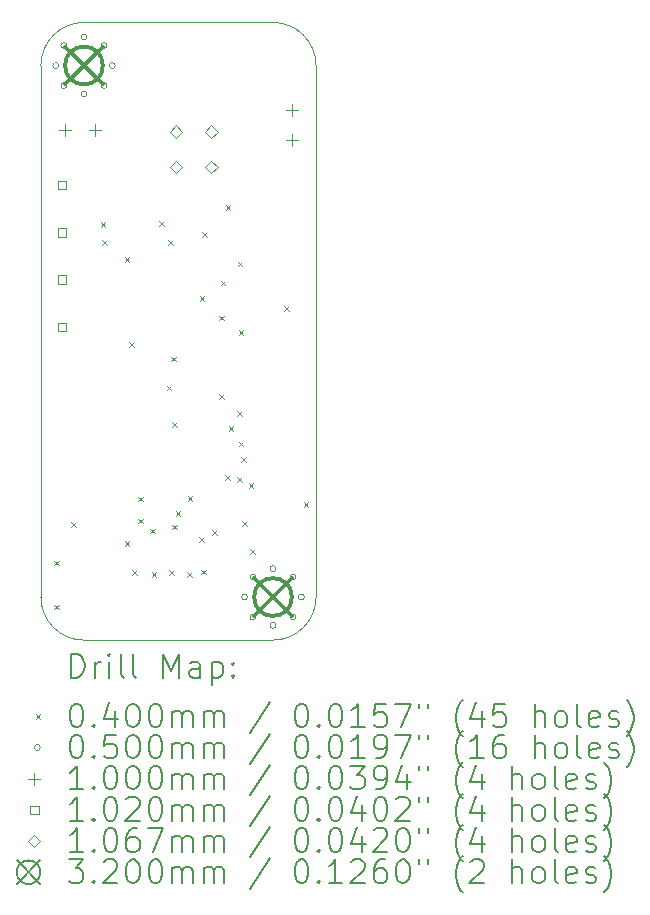
<source format=gbr>
%TF.GenerationSoftware,KiCad,Pcbnew,9.0.7*%
%TF.CreationDate,2026-02-02T13:56:50-05:00*%
%TF.ProjectId,usbdbg,75736264-6267-42e6-9b69-6361645f7063,rev?*%
%TF.SameCoordinates,Original*%
%TF.FileFunction,Drillmap*%
%TF.FilePolarity,Positive*%
%FSLAX45Y45*%
G04 Gerber Fmt 4.5, Leading zero omitted, Abs format (unit mm)*
G04 Created by KiCad (PCBNEW 9.0.7) date 2026-02-02 13:56:50*
%MOMM*%
%LPD*%
G01*
G04 APERTURE LIST*
%ADD10C,0.100000*%
%ADD11C,0.200000*%
%ADD12C,0.102000*%
%ADD13C,0.106680*%
%ADD14C,0.320000*%
G04 APERTURE END LIST*
D10*
X19810000Y-7365000D02*
X19810000Y-2865000D01*
X17845000Y-7730000D02*
G75*
G02*
X17480000Y-7365000I0J365000D01*
G01*
X17845000Y-7730000D02*
X19445000Y-7730000D01*
X19445000Y-2500000D02*
G75*
G02*
X19810000Y-2865000I0J-365000D01*
G01*
X17480000Y-7365000D02*
X17480000Y-2865000D01*
X17845000Y-2500000D02*
X19445000Y-2500000D01*
X17480000Y-2865000D02*
G75*
G02*
X17845000Y-2500000I365000J0D01*
G01*
X19810000Y-7365000D02*
G75*
G02*
X19445000Y-7730000I-365000J0D01*
G01*
D11*
D10*
X17590000Y-7057500D02*
X17630000Y-7097500D01*
X17630000Y-7057500D02*
X17590000Y-7097500D01*
X17590000Y-7430000D02*
X17630000Y-7470000D01*
X17630000Y-7430000D02*
X17590000Y-7470000D01*
X17737500Y-6730000D02*
X17777500Y-6770000D01*
X17777500Y-6730000D02*
X17737500Y-6770000D01*
X17986060Y-4191320D02*
X18026060Y-4231320D01*
X18026060Y-4191320D02*
X17986060Y-4231320D01*
X18001300Y-4341180D02*
X18041300Y-4381180D01*
X18041300Y-4341180D02*
X18001300Y-4381180D01*
X18189260Y-4488500D02*
X18229260Y-4528500D01*
X18229260Y-4488500D02*
X18189260Y-4528500D01*
X18189260Y-6891340D02*
X18229260Y-6931340D01*
X18229260Y-6891340D02*
X18189260Y-6931340D01*
X18230000Y-5205000D02*
X18270000Y-5245000D01*
X18270000Y-5205000D02*
X18230000Y-5245000D01*
X18255000Y-7140000D02*
X18295000Y-7180000D01*
X18295000Y-7140000D02*
X18255000Y-7180000D01*
X18303560Y-6515420D02*
X18343560Y-6555420D01*
X18343560Y-6515420D02*
X18303560Y-6555420D01*
X18303560Y-6700840D02*
X18343560Y-6740840D01*
X18343560Y-6700840D02*
X18303560Y-6740840D01*
X18402500Y-6785000D02*
X18442500Y-6825000D01*
X18442500Y-6785000D02*
X18402500Y-6825000D01*
X18417500Y-7155000D02*
X18457500Y-7195000D01*
X18457500Y-7155000D02*
X18417500Y-7195000D01*
X18478820Y-4181160D02*
X18518820Y-4221160D01*
X18518820Y-4181160D02*
X18478820Y-4221160D01*
X18544860Y-5575620D02*
X18584860Y-5615620D01*
X18584860Y-5575620D02*
X18544860Y-5615620D01*
X18560100Y-4346260D02*
X18600100Y-4386260D01*
X18600100Y-4346260D02*
X18560100Y-4386260D01*
X18567500Y-7135000D02*
X18607500Y-7175000D01*
X18607500Y-7135000D02*
X18567500Y-7175000D01*
X18580000Y-5330000D02*
X18620000Y-5370000D01*
X18620000Y-5330000D02*
X18580000Y-5370000D01*
X18590320Y-6751640D02*
X18630320Y-6791640D01*
X18630320Y-6751640D02*
X18590320Y-6791640D01*
X18593120Y-5885500D02*
X18633120Y-5925500D01*
X18633120Y-5885500D02*
X18593120Y-5925500D01*
X18621060Y-6634800D02*
X18661060Y-6674800D01*
X18661060Y-6634800D02*
X18621060Y-6674800D01*
X18717500Y-7155000D02*
X18757500Y-7195000D01*
X18757500Y-7155000D02*
X18717500Y-7195000D01*
X18722660Y-6512880D02*
X18762660Y-6552880D01*
X18762660Y-6512880D02*
X18722660Y-6552880D01*
X18819820Y-6855140D02*
X18859820Y-6895140D01*
X18859820Y-6855140D02*
X18819820Y-6895140D01*
X18823508Y-4818508D02*
X18863508Y-4858508D01*
X18863508Y-4818508D02*
X18823508Y-4858508D01*
X18837500Y-7132500D02*
X18877500Y-7172500D01*
X18877500Y-7132500D02*
X18837500Y-7172500D01*
X18847120Y-4272600D02*
X18887120Y-4312600D01*
X18887120Y-4272600D02*
X18847120Y-4312600D01*
X18927130Y-6796090D02*
X18967130Y-6836090D01*
X18967130Y-6796090D02*
X18927130Y-6836090D01*
X18986439Y-4983419D02*
X19026439Y-5023419D01*
X19026439Y-4983419D02*
X18986439Y-5023419D01*
X18990000Y-5650000D02*
X19030000Y-5690000D01*
X19030000Y-5650000D02*
X18990000Y-5690000D01*
X19002060Y-4687000D02*
X19042060Y-4727000D01*
X19042060Y-4687000D02*
X19002060Y-4727000D01*
X19040160Y-6332540D02*
X19080160Y-6372540D01*
X19080160Y-6332540D02*
X19040160Y-6372540D01*
X19045240Y-4044000D02*
X19085240Y-4084000D01*
X19085240Y-4044000D02*
X19045240Y-4084000D01*
X19070000Y-5918520D02*
X19110000Y-5958520D01*
X19110000Y-5918520D02*
X19070000Y-5958520D01*
X19138886Y-6350351D02*
X19178886Y-6390351D01*
X19178886Y-6350351D02*
X19138886Y-6390351D01*
X19142820Y-5790000D02*
X19182820Y-5830000D01*
X19182820Y-5790000D02*
X19142820Y-5830000D01*
X19145570Y-4525330D02*
X19185570Y-4565330D01*
X19185570Y-4525330D02*
X19145570Y-4565330D01*
X19153190Y-6049330D02*
X19193190Y-6089330D01*
X19193190Y-6049330D02*
X19153190Y-6089330D01*
X19154900Y-5103180D02*
X19194900Y-5143180D01*
X19194900Y-5103180D02*
X19154900Y-5143180D01*
X19174780Y-6180140D02*
X19214780Y-6220140D01*
X19214780Y-6180140D02*
X19174780Y-6220140D01*
X19182400Y-6721160D02*
X19222400Y-6761160D01*
X19222400Y-6721160D02*
X19182400Y-6761160D01*
X19238280Y-6398580D02*
X19278280Y-6438580D01*
X19278280Y-6398580D02*
X19238280Y-6438580D01*
X19253520Y-6962460D02*
X19293520Y-7002460D01*
X19293520Y-6962460D02*
X19253520Y-7002460D01*
X19538000Y-4905060D02*
X19578000Y-4945060D01*
X19578000Y-4905060D02*
X19538000Y-4945060D01*
X19705640Y-6563680D02*
X19745640Y-6603680D01*
X19745640Y-6563680D02*
X19705640Y-6603680D01*
X17630000Y-2865000D02*
G75*
G02*
X17580000Y-2865000I-25000J0D01*
G01*
X17580000Y-2865000D02*
G75*
G02*
X17630000Y-2865000I25000J0D01*
G01*
X17700294Y-2695294D02*
G75*
G02*
X17650294Y-2695294I-25000J0D01*
G01*
X17650294Y-2695294D02*
G75*
G02*
X17700294Y-2695294I25000J0D01*
G01*
X17700294Y-3034706D02*
G75*
G02*
X17650294Y-3034706I-25000J0D01*
G01*
X17650294Y-3034706D02*
G75*
G02*
X17700294Y-3034706I25000J0D01*
G01*
X17870000Y-2625000D02*
G75*
G02*
X17820000Y-2625000I-25000J0D01*
G01*
X17820000Y-2625000D02*
G75*
G02*
X17870000Y-2625000I25000J0D01*
G01*
X17870000Y-3105000D02*
G75*
G02*
X17820000Y-3105000I-25000J0D01*
G01*
X17820000Y-3105000D02*
G75*
G02*
X17870000Y-3105000I25000J0D01*
G01*
X18039706Y-2695294D02*
G75*
G02*
X17989706Y-2695294I-25000J0D01*
G01*
X17989706Y-2695294D02*
G75*
G02*
X18039706Y-2695294I25000J0D01*
G01*
X18039706Y-3034706D02*
G75*
G02*
X17989706Y-3034706I-25000J0D01*
G01*
X17989706Y-3034706D02*
G75*
G02*
X18039706Y-3034706I25000J0D01*
G01*
X18110000Y-2865000D02*
G75*
G02*
X18060000Y-2865000I-25000J0D01*
G01*
X18060000Y-2865000D02*
G75*
G02*
X18110000Y-2865000I25000J0D01*
G01*
X19230000Y-7365000D02*
G75*
G02*
X19180000Y-7365000I-25000J0D01*
G01*
X19180000Y-7365000D02*
G75*
G02*
X19230000Y-7365000I25000J0D01*
G01*
X19300295Y-7195294D02*
G75*
G02*
X19250295Y-7195294I-25000J0D01*
G01*
X19250295Y-7195294D02*
G75*
G02*
X19300295Y-7195294I25000J0D01*
G01*
X19300295Y-7534706D02*
G75*
G02*
X19250295Y-7534706I-25000J0D01*
G01*
X19250295Y-7534706D02*
G75*
G02*
X19300295Y-7534706I25000J0D01*
G01*
X19470000Y-7125000D02*
G75*
G02*
X19420000Y-7125000I-25000J0D01*
G01*
X19420000Y-7125000D02*
G75*
G02*
X19470000Y-7125000I25000J0D01*
G01*
X19470000Y-7605000D02*
G75*
G02*
X19420000Y-7605000I-25000J0D01*
G01*
X19420000Y-7605000D02*
G75*
G02*
X19470000Y-7605000I25000J0D01*
G01*
X19639706Y-7195294D02*
G75*
G02*
X19589706Y-7195294I-25000J0D01*
G01*
X19589706Y-7195294D02*
G75*
G02*
X19639706Y-7195294I25000J0D01*
G01*
X19639706Y-7534706D02*
G75*
G02*
X19589706Y-7534706I-25000J0D01*
G01*
X19589706Y-7534706D02*
G75*
G02*
X19639706Y-7534706I25000J0D01*
G01*
X19710000Y-7365000D02*
G75*
G02*
X19660000Y-7365000I-25000J0D01*
G01*
X19660000Y-7365000D02*
G75*
G02*
X19710000Y-7365000I25000J0D01*
G01*
X17685553Y-3362824D02*
X17685553Y-3462824D01*
X17635553Y-3412824D02*
X17735553Y-3412824D01*
X17939553Y-3362824D02*
X17939553Y-3462824D01*
X17889553Y-3412824D02*
X17989553Y-3412824D01*
X19603720Y-3193580D02*
X19603720Y-3293580D01*
X19553720Y-3243580D02*
X19653720Y-3243580D01*
X19603720Y-3447580D02*
X19603720Y-3547580D01*
X19553720Y-3497580D02*
X19653720Y-3497580D01*
D12*
X17696063Y-3913563D02*
X17696063Y-3841437D01*
X17623937Y-3841437D01*
X17623937Y-3913563D01*
X17696063Y-3913563D01*
X17696063Y-4313563D02*
X17696063Y-4241437D01*
X17623937Y-4241437D01*
X17623937Y-4313563D01*
X17696063Y-4313563D01*
X17696063Y-4713563D02*
X17696063Y-4641437D01*
X17623937Y-4641437D01*
X17623937Y-4713563D01*
X17696063Y-4713563D01*
X17696063Y-5113563D02*
X17696063Y-5041437D01*
X17623937Y-5041437D01*
X17623937Y-5113563D01*
X17696063Y-5113563D01*
D13*
X18622500Y-3478340D02*
X18675840Y-3425000D01*
X18622500Y-3371660D01*
X18569160Y-3425000D01*
X18622500Y-3478340D01*
X18622500Y-3778340D02*
X18675840Y-3725000D01*
X18622500Y-3671660D01*
X18569160Y-3725000D01*
X18622500Y-3778340D01*
X18922500Y-3478340D02*
X18975840Y-3425000D01*
X18922500Y-3371660D01*
X18869160Y-3425000D01*
X18922500Y-3478340D01*
X18922500Y-3778340D02*
X18975840Y-3725000D01*
X18922500Y-3671660D01*
X18869160Y-3725000D01*
X18922500Y-3778340D01*
D14*
X17685000Y-2705000D02*
X18005000Y-3025000D01*
X18005000Y-2705000D02*
X17685000Y-3025000D01*
X18005000Y-2865000D02*
G75*
G02*
X17685000Y-2865000I-160000J0D01*
G01*
X17685000Y-2865000D02*
G75*
G02*
X18005000Y-2865000I160000J0D01*
G01*
X19285000Y-7205000D02*
X19605000Y-7525000D01*
X19605000Y-7205000D02*
X19285000Y-7525000D01*
X19605000Y-7365000D02*
G75*
G02*
X19285000Y-7365000I-160000J0D01*
G01*
X19285000Y-7365000D02*
G75*
G02*
X19605000Y-7365000I160000J0D01*
G01*
D11*
X17735777Y-8046484D02*
X17735777Y-7846484D01*
X17735777Y-7846484D02*
X17783396Y-7846484D01*
X17783396Y-7846484D02*
X17811967Y-7856008D01*
X17811967Y-7856008D02*
X17831015Y-7875055D01*
X17831015Y-7875055D02*
X17840539Y-7894103D01*
X17840539Y-7894103D02*
X17850063Y-7932198D01*
X17850063Y-7932198D02*
X17850063Y-7960769D01*
X17850063Y-7960769D02*
X17840539Y-7998865D01*
X17840539Y-7998865D02*
X17831015Y-8017912D01*
X17831015Y-8017912D02*
X17811967Y-8036960D01*
X17811967Y-8036960D02*
X17783396Y-8046484D01*
X17783396Y-8046484D02*
X17735777Y-8046484D01*
X17935777Y-8046484D02*
X17935777Y-7913150D01*
X17935777Y-7951246D02*
X17945301Y-7932198D01*
X17945301Y-7932198D02*
X17954824Y-7922674D01*
X17954824Y-7922674D02*
X17973872Y-7913150D01*
X17973872Y-7913150D02*
X17992920Y-7913150D01*
X18059586Y-8046484D02*
X18059586Y-7913150D01*
X18059586Y-7846484D02*
X18050063Y-7856008D01*
X18050063Y-7856008D02*
X18059586Y-7865531D01*
X18059586Y-7865531D02*
X18069110Y-7856008D01*
X18069110Y-7856008D02*
X18059586Y-7846484D01*
X18059586Y-7846484D02*
X18059586Y-7865531D01*
X18183396Y-8046484D02*
X18164348Y-8036960D01*
X18164348Y-8036960D02*
X18154824Y-8017912D01*
X18154824Y-8017912D02*
X18154824Y-7846484D01*
X18288158Y-8046484D02*
X18269110Y-8036960D01*
X18269110Y-8036960D02*
X18259586Y-8017912D01*
X18259586Y-8017912D02*
X18259586Y-7846484D01*
X18516729Y-8046484D02*
X18516729Y-7846484D01*
X18516729Y-7846484D02*
X18583396Y-7989341D01*
X18583396Y-7989341D02*
X18650063Y-7846484D01*
X18650063Y-7846484D02*
X18650063Y-8046484D01*
X18831015Y-8046484D02*
X18831015Y-7941722D01*
X18831015Y-7941722D02*
X18821491Y-7922674D01*
X18821491Y-7922674D02*
X18802444Y-7913150D01*
X18802444Y-7913150D02*
X18764348Y-7913150D01*
X18764348Y-7913150D02*
X18745301Y-7922674D01*
X18831015Y-8036960D02*
X18811967Y-8046484D01*
X18811967Y-8046484D02*
X18764348Y-8046484D01*
X18764348Y-8046484D02*
X18745301Y-8036960D01*
X18745301Y-8036960D02*
X18735777Y-8017912D01*
X18735777Y-8017912D02*
X18735777Y-7998865D01*
X18735777Y-7998865D02*
X18745301Y-7979817D01*
X18745301Y-7979817D02*
X18764348Y-7970293D01*
X18764348Y-7970293D02*
X18811967Y-7970293D01*
X18811967Y-7970293D02*
X18831015Y-7960769D01*
X18926253Y-7913150D02*
X18926253Y-8113150D01*
X18926253Y-7922674D02*
X18945301Y-7913150D01*
X18945301Y-7913150D02*
X18983396Y-7913150D01*
X18983396Y-7913150D02*
X19002444Y-7922674D01*
X19002444Y-7922674D02*
X19011967Y-7932198D01*
X19011967Y-7932198D02*
X19021491Y-7951246D01*
X19021491Y-7951246D02*
X19021491Y-8008388D01*
X19021491Y-8008388D02*
X19011967Y-8027436D01*
X19011967Y-8027436D02*
X19002444Y-8036960D01*
X19002444Y-8036960D02*
X18983396Y-8046484D01*
X18983396Y-8046484D02*
X18945301Y-8046484D01*
X18945301Y-8046484D02*
X18926253Y-8036960D01*
X19107205Y-8027436D02*
X19116729Y-8036960D01*
X19116729Y-8036960D02*
X19107205Y-8046484D01*
X19107205Y-8046484D02*
X19097682Y-8036960D01*
X19097682Y-8036960D02*
X19107205Y-8027436D01*
X19107205Y-8027436D02*
X19107205Y-8046484D01*
X19107205Y-7922674D02*
X19116729Y-7932198D01*
X19116729Y-7932198D02*
X19107205Y-7941722D01*
X19107205Y-7941722D02*
X19097682Y-7932198D01*
X19097682Y-7932198D02*
X19107205Y-7922674D01*
X19107205Y-7922674D02*
X19107205Y-7941722D01*
D10*
X17435000Y-8355000D02*
X17475000Y-8395000D01*
X17475000Y-8355000D02*
X17435000Y-8395000D01*
D11*
X17773872Y-8266484D02*
X17792920Y-8266484D01*
X17792920Y-8266484D02*
X17811967Y-8276008D01*
X17811967Y-8276008D02*
X17821491Y-8285531D01*
X17821491Y-8285531D02*
X17831015Y-8304579D01*
X17831015Y-8304579D02*
X17840539Y-8342674D01*
X17840539Y-8342674D02*
X17840539Y-8390293D01*
X17840539Y-8390293D02*
X17831015Y-8428389D01*
X17831015Y-8428389D02*
X17821491Y-8447436D01*
X17821491Y-8447436D02*
X17811967Y-8456960D01*
X17811967Y-8456960D02*
X17792920Y-8466484D01*
X17792920Y-8466484D02*
X17773872Y-8466484D01*
X17773872Y-8466484D02*
X17754824Y-8456960D01*
X17754824Y-8456960D02*
X17745301Y-8447436D01*
X17745301Y-8447436D02*
X17735777Y-8428389D01*
X17735777Y-8428389D02*
X17726253Y-8390293D01*
X17726253Y-8390293D02*
X17726253Y-8342674D01*
X17726253Y-8342674D02*
X17735777Y-8304579D01*
X17735777Y-8304579D02*
X17745301Y-8285531D01*
X17745301Y-8285531D02*
X17754824Y-8276008D01*
X17754824Y-8276008D02*
X17773872Y-8266484D01*
X17926253Y-8447436D02*
X17935777Y-8456960D01*
X17935777Y-8456960D02*
X17926253Y-8466484D01*
X17926253Y-8466484D02*
X17916729Y-8456960D01*
X17916729Y-8456960D02*
X17926253Y-8447436D01*
X17926253Y-8447436D02*
X17926253Y-8466484D01*
X18107205Y-8333150D02*
X18107205Y-8466484D01*
X18059586Y-8256960D02*
X18011967Y-8399817D01*
X18011967Y-8399817D02*
X18135777Y-8399817D01*
X18250063Y-8266484D02*
X18269110Y-8266484D01*
X18269110Y-8266484D02*
X18288158Y-8276008D01*
X18288158Y-8276008D02*
X18297682Y-8285531D01*
X18297682Y-8285531D02*
X18307205Y-8304579D01*
X18307205Y-8304579D02*
X18316729Y-8342674D01*
X18316729Y-8342674D02*
X18316729Y-8390293D01*
X18316729Y-8390293D02*
X18307205Y-8428389D01*
X18307205Y-8428389D02*
X18297682Y-8447436D01*
X18297682Y-8447436D02*
X18288158Y-8456960D01*
X18288158Y-8456960D02*
X18269110Y-8466484D01*
X18269110Y-8466484D02*
X18250063Y-8466484D01*
X18250063Y-8466484D02*
X18231015Y-8456960D01*
X18231015Y-8456960D02*
X18221491Y-8447436D01*
X18221491Y-8447436D02*
X18211967Y-8428389D01*
X18211967Y-8428389D02*
X18202444Y-8390293D01*
X18202444Y-8390293D02*
X18202444Y-8342674D01*
X18202444Y-8342674D02*
X18211967Y-8304579D01*
X18211967Y-8304579D02*
X18221491Y-8285531D01*
X18221491Y-8285531D02*
X18231015Y-8276008D01*
X18231015Y-8276008D02*
X18250063Y-8266484D01*
X18440539Y-8266484D02*
X18459586Y-8266484D01*
X18459586Y-8266484D02*
X18478634Y-8276008D01*
X18478634Y-8276008D02*
X18488158Y-8285531D01*
X18488158Y-8285531D02*
X18497682Y-8304579D01*
X18497682Y-8304579D02*
X18507205Y-8342674D01*
X18507205Y-8342674D02*
X18507205Y-8390293D01*
X18507205Y-8390293D02*
X18497682Y-8428389D01*
X18497682Y-8428389D02*
X18488158Y-8447436D01*
X18488158Y-8447436D02*
X18478634Y-8456960D01*
X18478634Y-8456960D02*
X18459586Y-8466484D01*
X18459586Y-8466484D02*
X18440539Y-8466484D01*
X18440539Y-8466484D02*
X18421491Y-8456960D01*
X18421491Y-8456960D02*
X18411967Y-8447436D01*
X18411967Y-8447436D02*
X18402444Y-8428389D01*
X18402444Y-8428389D02*
X18392920Y-8390293D01*
X18392920Y-8390293D02*
X18392920Y-8342674D01*
X18392920Y-8342674D02*
X18402444Y-8304579D01*
X18402444Y-8304579D02*
X18411967Y-8285531D01*
X18411967Y-8285531D02*
X18421491Y-8276008D01*
X18421491Y-8276008D02*
X18440539Y-8266484D01*
X18592920Y-8466484D02*
X18592920Y-8333150D01*
X18592920Y-8352198D02*
X18602444Y-8342674D01*
X18602444Y-8342674D02*
X18621491Y-8333150D01*
X18621491Y-8333150D02*
X18650063Y-8333150D01*
X18650063Y-8333150D02*
X18669110Y-8342674D01*
X18669110Y-8342674D02*
X18678634Y-8361722D01*
X18678634Y-8361722D02*
X18678634Y-8466484D01*
X18678634Y-8361722D02*
X18688158Y-8342674D01*
X18688158Y-8342674D02*
X18707205Y-8333150D01*
X18707205Y-8333150D02*
X18735777Y-8333150D01*
X18735777Y-8333150D02*
X18754825Y-8342674D01*
X18754825Y-8342674D02*
X18764348Y-8361722D01*
X18764348Y-8361722D02*
X18764348Y-8466484D01*
X18859586Y-8466484D02*
X18859586Y-8333150D01*
X18859586Y-8352198D02*
X18869110Y-8342674D01*
X18869110Y-8342674D02*
X18888158Y-8333150D01*
X18888158Y-8333150D02*
X18916729Y-8333150D01*
X18916729Y-8333150D02*
X18935777Y-8342674D01*
X18935777Y-8342674D02*
X18945301Y-8361722D01*
X18945301Y-8361722D02*
X18945301Y-8466484D01*
X18945301Y-8361722D02*
X18954825Y-8342674D01*
X18954825Y-8342674D02*
X18973872Y-8333150D01*
X18973872Y-8333150D02*
X19002444Y-8333150D01*
X19002444Y-8333150D02*
X19021491Y-8342674D01*
X19021491Y-8342674D02*
X19031015Y-8361722D01*
X19031015Y-8361722D02*
X19031015Y-8466484D01*
X19421491Y-8256960D02*
X19250063Y-8514103D01*
X19678634Y-8266484D02*
X19697682Y-8266484D01*
X19697682Y-8266484D02*
X19716729Y-8276008D01*
X19716729Y-8276008D02*
X19726253Y-8285531D01*
X19726253Y-8285531D02*
X19735777Y-8304579D01*
X19735777Y-8304579D02*
X19745301Y-8342674D01*
X19745301Y-8342674D02*
X19745301Y-8390293D01*
X19745301Y-8390293D02*
X19735777Y-8428389D01*
X19735777Y-8428389D02*
X19726253Y-8447436D01*
X19726253Y-8447436D02*
X19716729Y-8456960D01*
X19716729Y-8456960D02*
X19697682Y-8466484D01*
X19697682Y-8466484D02*
X19678634Y-8466484D01*
X19678634Y-8466484D02*
X19659587Y-8456960D01*
X19659587Y-8456960D02*
X19650063Y-8447436D01*
X19650063Y-8447436D02*
X19640539Y-8428389D01*
X19640539Y-8428389D02*
X19631015Y-8390293D01*
X19631015Y-8390293D02*
X19631015Y-8342674D01*
X19631015Y-8342674D02*
X19640539Y-8304579D01*
X19640539Y-8304579D02*
X19650063Y-8285531D01*
X19650063Y-8285531D02*
X19659587Y-8276008D01*
X19659587Y-8276008D02*
X19678634Y-8266484D01*
X19831015Y-8447436D02*
X19840539Y-8456960D01*
X19840539Y-8456960D02*
X19831015Y-8466484D01*
X19831015Y-8466484D02*
X19821491Y-8456960D01*
X19821491Y-8456960D02*
X19831015Y-8447436D01*
X19831015Y-8447436D02*
X19831015Y-8466484D01*
X19964348Y-8266484D02*
X19983396Y-8266484D01*
X19983396Y-8266484D02*
X20002444Y-8276008D01*
X20002444Y-8276008D02*
X20011968Y-8285531D01*
X20011968Y-8285531D02*
X20021491Y-8304579D01*
X20021491Y-8304579D02*
X20031015Y-8342674D01*
X20031015Y-8342674D02*
X20031015Y-8390293D01*
X20031015Y-8390293D02*
X20021491Y-8428389D01*
X20021491Y-8428389D02*
X20011968Y-8447436D01*
X20011968Y-8447436D02*
X20002444Y-8456960D01*
X20002444Y-8456960D02*
X19983396Y-8466484D01*
X19983396Y-8466484D02*
X19964348Y-8466484D01*
X19964348Y-8466484D02*
X19945301Y-8456960D01*
X19945301Y-8456960D02*
X19935777Y-8447436D01*
X19935777Y-8447436D02*
X19926253Y-8428389D01*
X19926253Y-8428389D02*
X19916729Y-8390293D01*
X19916729Y-8390293D02*
X19916729Y-8342674D01*
X19916729Y-8342674D02*
X19926253Y-8304579D01*
X19926253Y-8304579D02*
X19935777Y-8285531D01*
X19935777Y-8285531D02*
X19945301Y-8276008D01*
X19945301Y-8276008D02*
X19964348Y-8266484D01*
X20221491Y-8466484D02*
X20107206Y-8466484D01*
X20164348Y-8466484D02*
X20164348Y-8266484D01*
X20164348Y-8266484D02*
X20145301Y-8295055D01*
X20145301Y-8295055D02*
X20126253Y-8314103D01*
X20126253Y-8314103D02*
X20107206Y-8323627D01*
X20402444Y-8266484D02*
X20307206Y-8266484D01*
X20307206Y-8266484D02*
X20297682Y-8361722D01*
X20297682Y-8361722D02*
X20307206Y-8352198D01*
X20307206Y-8352198D02*
X20326253Y-8342674D01*
X20326253Y-8342674D02*
X20373872Y-8342674D01*
X20373872Y-8342674D02*
X20392920Y-8352198D01*
X20392920Y-8352198D02*
X20402444Y-8361722D01*
X20402444Y-8361722D02*
X20411968Y-8380769D01*
X20411968Y-8380769D02*
X20411968Y-8428389D01*
X20411968Y-8428389D02*
X20402444Y-8447436D01*
X20402444Y-8447436D02*
X20392920Y-8456960D01*
X20392920Y-8456960D02*
X20373872Y-8466484D01*
X20373872Y-8466484D02*
X20326253Y-8466484D01*
X20326253Y-8466484D02*
X20307206Y-8456960D01*
X20307206Y-8456960D02*
X20297682Y-8447436D01*
X20478634Y-8266484D02*
X20611968Y-8266484D01*
X20611968Y-8266484D02*
X20526253Y-8466484D01*
X20678634Y-8266484D02*
X20678634Y-8304579D01*
X20754825Y-8266484D02*
X20754825Y-8304579D01*
X21050063Y-8542674D02*
X21040539Y-8533150D01*
X21040539Y-8533150D02*
X21021491Y-8504579D01*
X21021491Y-8504579D02*
X21011968Y-8485531D01*
X21011968Y-8485531D02*
X21002444Y-8456960D01*
X21002444Y-8456960D02*
X20992920Y-8409341D01*
X20992920Y-8409341D02*
X20992920Y-8371246D01*
X20992920Y-8371246D02*
X21002444Y-8323627D01*
X21002444Y-8323627D02*
X21011968Y-8295055D01*
X21011968Y-8295055D02*
X21021491Y-8276008D01*
X21021491Y-8276008D02*
X21040539Y-8247436D01*
X21040539Y-8247436D02*
X21050063Y-8237912D01*
X21211968Y-8333150D02*
X21211968Y-8466484D01*
X21164349Y-8256960D02*
X21116730Y-8399817D01*
X21116730Y-8399817D02*
X21240539Y-8399817D01*
X21411968Y-8266484D02*
X21316730Y-8266484D01*
X21316730Y-8266484D02*
X21307206Y-8361722D01*
X21307206Y-8361722D02*
X21316730Y-8352198D01*
X21316730Y-8352198D02*
X21335777Y-8342674D01*
X21335777Y-8342674D02*
X21383396Y-8342674D01*
X21383396Y-8342674D02*
X21402444Y-8352198D01*
X21402444Y-8352198D02*
X21411968Y-8361722D01*
X21411968Y-8361722D02*
X21421491Y-8380769D01*
X21421491Y-8380769D02*
X21421491Y-8428389D01*
X21421491Y-8428389D02*
X21411968Y-8447436D01*
X21411968Y-8447436D02*
X21402444Y-8456960D01*
X21402444Y-8456960D02*
X21383396Y-8466484D01*
X21383396Y-8466484D02*
X21335777Y-8466484D01*
X21335777Y-8466484D02*
X21316730Y-8456960D01*
X21316730Y-8456960D02*
X21307206Y-8447436D01*
X21659587Y-8466484D02*
X21659587Y-8266484D01*
X21745301Y-8466484D02*
X21745301Y-8361722D01*
X21745301Y-8361722D02*
X21735777Y-8342674D01*
X21735777Y-8342674D02*
X21716730Y-8333150D01*
X21716730Y-8333150D02*
X21688158Y-8333150D01*
X21688158Y-8333150D02*
X21669111Y-8342674D01*
X21669111Y-8342674D02*
X21659587Y-8352198D01*
X21869111Y-8466484D02*
X21850063Y-8456960D01*
X21850063Y-8456960D02*
X21840539Y-8447436D01*
X21840539Y-8447436D02*
X21831015Y-8428389D01*
X21831015Y-8428389D02*
X21831015Y-8371246D01*
X21831015Y-8371246D02*
X21840539Y-8352198D01*
X21840539Y-8352198D02*
X21850063Y-8342674D01*
X21850063Y-8342674D02*
X21869111Y-8333150D01*
X21869111Y-8333150D02*
X21897682Y-8333150D01*
X21897682Y-8333150D02*
X21916730Y-8342674D01*
X21916730Y-8342674D02*
X21926253Y-8352198D01*
X21926253Y-8352198D02*
X21935777Y-8371246D01*
X21935777Y-8371246D02*
X21935777Y-8428389D01*
X21935777Y-8428389D02*
X21926253Y-8447436D01*
X21926253Y-8447436D02*
X21916730Y-8456960D01*
X21916730Y-8456960D02*
X21897682Y-8466484D01*
X21897682Y-8466484D02*
X21869111Y-8466484D01*
X22050063Y-8466484D02*
X22031015Y-8456960D01*
X22031015Y-8456960D02*
X22021492Y-8437912D01*
X22021492Y-8437912D02*
X22021492Y-8266484D01*
X22202444Y-8456960D02*
X22183396Y-8466484D01*
X22183396Y-8466484D02*
X22145301Y-8466484D01*
X22145301Y-8466484D02*
X22126253Y-8456960D01*
X22126253Y-8456960D02*
X22116730Y-8437912D01*
X22116730Y-8437912D02*
X22116730Y-8361722D01*
X22116730Y-8361722D02*
X22126253Y-8342674D01*
X22126253Y-8342674D02*
X22145301Y-8333150D01*
X22145301Y-8333150D02*
X22183396Y-8333150D01*
X22183396Y-8333150D02*
X22202444Y-8342674D01*
X22202444Y-8342674D02*
X22211968Y-8361722D01*
X22211968Y-8361722D02*
X22211968Y-8380769D01*
X22211968Y-8380769D02*
X22116730Y-8399817D01*
X22288158Y-8456960D02*
X22307206Y-8466484D01*
X22307206Y-8466484D02*
X22345301Y-8466484D01*
X22345301Y-8466484D02*
X22364349Y-8456960D01*
X22364349Y-8456960D02*
X22373872Y-8437912D01*
X22373872Y-8437912D02*
X22373872Y-8428389D01*
X22373872Y-8428389D02*
X22364349Y-8409341D01*
X22364349Y-8409341D02*
X22345301Y-8399817D01*
X22345301Y-8399817D02*
X22316730Y-8399817D01*
X22316730Y-8399817D02*
X22297682Y-8390293D01*
X22297682Y-8390293D02*
X22288158Y-8371246D01*
X22288158Y-8371246D02*
X22288158Y-8361722D01*
X22288158Y-8361722D02*
X22297682Y-8342674D01*
X22297682Y-8342674D02*
X22316730Y-8333150D01*
X22316730Y-8333150D02*
X22345301Y-8333150D01*
X22345301Y-8333150D02*
X22364349Y-8342674D01*
X22440539Y-8542674D02*
X22450063Y-8533150D01*
X22450063Y-8533150D02*
X22469111Y-8504579D01*
X22469111Y-8504579D02*
X22478634Y-8485531D01*
X22478634Y-8485531D02*
X22488158Y-8456960D01*
X22488158Y-8456960D02*
X22497682Y-8409341D01*
X22497682Y-8409341D02*
X22497682Y-8371246D01*
X22497682Y-8371246D02*
X22488158Y-8323627D01*
X22488158Y-8323627D02*
X22478634Y-8295055D01*
X22478634Y-8295055D02*
X22469111Y-8276008D01*
X22469111Y-8276008D02*
X22450063Y-8247436D01*
X22450063Y-8247436D02*
X22440539Y-8237912D01*
D10*
X17475000Y-8639000D02*
G75*
G02*
X17425000Y-8639000I-25000J0D01*
G01*
X17425000Y-8639000D02*
G75*
G02*
X17475000Y-8639000I25000J0D01*
G01*
D11*
X17773872Y-8530484D02*
X17792920Y-8530484D01*
X17792920Y-8530484D02*
X17811967Y-8540008D01*
X17811967Y-8540008D02*
X17821491Y-8549531D01*
X17821491Y-8549531D02*
X17831015Y-8568579D01*
X17831015Y-8568579D02*
X17840539Y-8606674D01*
X17840539Y-8606674D02*
X17840539Y-8654293D01*
X17840539Y-8654293D02*
X17831015Y-8692389D01*
X17831015Y-8692389D02*
X17821491Y-8711436D01*
X17821491Y-8711436D02*
X17811967Y-8720960D01*
X17811967Y-8720960D02*
X17792920Y-8730484D01*
X17792920Y-8730484D02*
X17773872Y-8730484D01*
X17773872Y-8730484D02*
X17754824Y-8720960D01*
X17754824Y-8720960D02*
X17745301Y-8711436D01*
X17745301Y-8711436D02*
X17735777Y-8692389D01*
X17735777Y-8692389D02*
X17726253Y-8654293D01*
X17726253Y-8654293D02*
X17726253Y-8606674D01*
X17726253Y-8606674D02*
X17735777Y-8568579D01*
X17735777Y-8568579D02*
X17745301Y-8549531D01*
X17745301Y-8549531D02*
X17754824Y-8540008D01*
X17754824Y-8540008D02*
X17773872Y-8530484D01*
X17926253Y-8711436D02*
X17935777Y-8720960D01*
X17935777Y-8720960D02*
X17926253Y-8730484D01*
X17926253Y-8730484D02*
X17916729Y-8720960D01*
X17916729Y-8720960D02*
X17926253Y-8711436D01*
X17926253Y-8711436D02*
X17926253Y-8730484D01*
X18116729Y-8530484D02*
X18021491Y-8530484D01*
X18021491Y-8530484D02*
X18011967Y-8625722D01*
X18011967Y-8625722D02*
X18021491Y-8616198D01*
X18021491Y-8616198D02*
X18040539Y-8606674D01*
X18040539Y-8606674D02*
X18088158Y-8606674D01*
X18088158Y-8606674D02*
X18107205Y-8616198D01*
X18107205Y-8616198D02*
X18116729Y-8625722D01*
X18116729Y-8625722D02*
X18126253Y-8644770D01*
X18126253Y-8644770D02*
X18126253Y-8692389D01*
X18126253Y-8692389D02*
X18116729Y-8711436D01*
X18116729Y-8711436D02*
X18107205Y-8720960D01*
X18107205Y-8720960D02*
X18088158Y-8730484D01*
X18088158Y-8730484D02*
X18040539Y-8730484D01*
X18040539Y-8730484D02*
X18021491Y-8720960D01*
X18021491Y-8720960D02*
X18011967Y-8711436D01*
X18250063Y-8530484D02*
X18269110Y-8530484D01*
X18269110Y-8530484D02*
X18288158Y-8540008D01*
X18288158Y-8540008D02*
X18297682Y-8549531D01*
X18297682Y-8549531D02*
X18307205Y-8568579D01*
X18307205Y-8568579D02*
X18316729Y-8606674D01*
X18316729Y-8606674D02*
X18316729Y-8654293D01*
X18316729Y-8654293D02*
X18307205Y-8692389D01*
X18307205Y-8692389D02*
X18297682Y-8711436D01*
X18297682Y-8711436D02*
X18288158Y-8720960D01*
X18288158Y-8720960D02*
X18269110Y-8730484D01*
X18269110Y-8730484D02*
X18250063Y-8730484D01*
X18250063Y-8730484D02*
X18231015Y-8720960D01*
X18231015Y-8720960D02*
X18221491Y-8711436D01*
X18221491Y-8711436D02*
X18211967Y-8692389D01*
X18211967Y-8692389D02*
X18202444Y-8654293D01*
X18202444Y-8654293D02*
X18202444Y-8606674D01*
X18202444Y-8606674D02*
X18211967Y-8568579D01*
X18211967Y-8568579D02*
X18221491Y-8549531D01*
X18221491Y-8549531D02*
X18231015Y-8540008D01*
X18231015Y-8540008D02*
X18250063Y-8530484D01*
X18440539Y-8530484D02*
X18459586Y-8530484D01*
X18459586Y-8530484D02*
X18478634Y-8540008D01*
X18478634Y-8540008D02*
X18488158Y-8549531D01*
X18488158Y-8549531D02*
X18497682Y-8568579D01*
X18497682Y-8568579D02*
X18507205Y-8606674D01*
X18507205Y-8606674D02*
X18507205Y-8654293D01*
X18507205Y-8654293D02*
X18497682Y-8692389D01*
X18497682Y-8692389D02*
X18488158Y-8711436D01*
X18488158Y-8711436D02*
X18478634Y-8720960D01*
X18478634Y-8720960D02*
X18459586Y-8730484D01*
X18459586Y-8730484D02*
X18440539Y-8730484D01*
X18440539Y-8730484D02*
X18421491Y-8720960D01*
X18421491Y-8720960D02*
X18411967Y-8711436D01*
X18411967Y-8711436D02*
X18402444Y-8692389D01*
X18402444Y-8692389D02*
X18392920Y-8654293D01*
X18392920Y-8654293D02*
X18392920Y-8606674D01*
X18392920Y-8606674D02*
X18402444Y-8568579D01*
X18402444Y-8568579D02*
X18411967Y-8549531D01*
X18411967Y-8549531D02*
X18421491Y-8540008D01*
X18421491Y-8540008D02*
X18440539Y-8530484D01*
X18592920Y-8730484D02*
X18592920Y-8597150D01*
X18592920Y-8616198D02*
X18602444Y-8606674D01*
X18602444Y-8606674D02*
X18621491Y-8597150D01*
X18621491Y-8597150D02*
X18650063Y-8597150D01*
X18650063Y-8597150D02*
X18669110Y-8606674D01*
X18669110Y-8606674D02*
X18678634Y-8625722D01*
X18678634Y-8625722D02*
X18678634Y-8730484D01*
X18678634Y-8625722D02*
X18688158Y-8606674D01*
X18688158Y-8606674D02*
X18707205Y-8597150D01*
X18707205Y-8597150D02*
X18735777Y-8597150D01*
X18735777Y-8597150D02*
X18754825Y-8606674D01*
X18754825Y-8606674D02*
X18764348Y-8625722D01*
X18764348Y-8625722D02*
X18764348Y-8730484D01*
X18859586Y-8730484D02*
X18859586Y-8597150D01*
X18859586Y-8616198D02*
X18869110Y-8606674D01*
X18869110Y-8606674D02*
X18888158Y-8597150D01*
X18888158Y-8597150D02*
X18916729Y-8597150D01*
X18916729Y-8597150D02*
X18935777Y-8606674D01*
X18935777Y-8606674D02*
X18945301Y-8625722D01*
X18945301Y-8625722D02*
X18945301Y-8730484D01*
X18945301Y-8625722D02*
X18954825Y-8606674D01*
X18954825Y-8606674D02*
X18973872Y-8597150D01*
X18973872Y-8597150D02*
X19002444Y-8597150D01*
X19002444Y-8597150D02*
X19021491Y-8606674D01*
X19021491Y-8606674D02*
X19031015Y-8625722D01*
X19031015Y-8625722D02*
X19031015Y-8730484D01*
X19421491Y-8520960D02*
X19250063Y-8778103D01*
X19678634Y-8530484D02*
X19697682Y-8530484D01*
X19697682Y-8530484D02*
X19716729Y-8540008D01*
X19716729Y-8540008D02*
X19726253Y-8549531D01*
X19726253Y-8549531D02*
X19735777Y-8568579D01*
X19735777Y-8568579D02*
X19745301Y-8606674D01*
X19745301Y-8606674D02*
X19745301Y-8654293D01*
X19745301Y-8654293D02*
X19735777Y-8692389D01*
X19735777Y-8692389D02*
X19726253Y-8711436D01*
X19726253Y-8711436D02*
X19716729Y-8720960D01*
X19716729Y-8720960D02*
X19697682Y-8730484D01*
X19697682Y-8730484D02*
X19678634Y-8730484D01*
X19678634Y-8730484D02*
X19659587Y-8720960D01*
X19659587Y-8720960D02*
X19650063Y-8711436D01*
X19650063Y-8711436D02*
X19640539Y-8692389D01*
X19640539Y-8692389D02*
X19631015Y-8654293D01*
X19631015Y-8654293D02*
X19631015Y-8606674D01*
X19631015Y-8606674D02*
X19640539Y-8568579D01*
X19640539Y-8568579D02*
X19650063Y-8549531D01*
X19650063Y-8549531D02*
X19659587Y-8540008D01*
X19659587Y-8540008D02*
X19678634Y-8530484D01*
X19831015Y-8711436D02*
X19840539Y-8720960D01*
X19840539Y-8720960D02*
X19831015Y-8730484D01*
X19831015Y-8730484D02*
X19821491Y-8720960D01*
X19821491Y-8720960D02*
X19831015Y-8711436D01*
X19831015Y-8711436D02*
X19831015Y-8730484D01*
X19964348Y-8530484D02*
X19983396Y-8530484D01*
X19983396Y-8530484D02*
X20002444Y-8540008D01*
X20002444Y-8540008D02*
X20011968Y-8549531D01*
X20011968Y-8549531D02*
X20021491Y-8568579D01*
X20021491Y-8568579D02*
X20031015Y-8606674D01*
X20031015Y-8606674D02*
X20031015Y-8654293D01*
X20031015Y-8654293D02*
X20021491Y-8692389D01*
X20021491Y-8692389D02*
X20011968Y-8711436D01*
X20011968Y-8711436D02*
X20002444Y-8720960D01*
X20002444Y-8720960D02*
X19983396Y-8730484D01*
X19983396Y-8730484D02*
X19964348Y-8730484D01*
X19964348Y-8730484D02*
X19945301Y-8720960D01*
X19945301Y-8720960D02*
X19935777Y-8711436D01*
X19935777Y-8711436D02*
X19926253Y-8692389D01*
X19926253Y-8692389D02*
X19916729Y-8654293D01*
X19916729Y-8654293D02*
X19916729Y-8606674D01*
X19916729Y-8606674D02*
X19926253Y-8568579D01*
X19926253Y-8568579D02*
X19935777Y-8549531D01*
X19935777Y-8549531D02*
X19945301Y-8540008D01*
X19945301Y-8540008D02*
X19964348Y-8530484D01*
X20221491Y-8730484D02*
X20107206Y-8730484D01*
X20164348Y-8730484D02*
X20164348Y-8530484D01*
X20164348Y-8530484D02*
X20145301Y-8559055D01*
X20145301Y-8559055D02*
X20126253Y-8578103D01*
X20126253Y-8578103D02*
X20107206Y-8587627D01*
X20316729Y-8730484D02*
X20354825Y-8730484D01*
X20354825Y-8730484D02*
X20373872Y-8720960D01*
X20373872Y-8720960D02*
X20383396Y-8711436D01*
X20383396Y-8711436D02*
X20402444Y-8682865D01*
X20402444Y-8682865D02*
X20411968Y-8644770D01*
X20411968Y-8644770D02*
X20411968Y-8568579D01*
X20411968Y-8568579D02*
X20402444Y-8549531D01*
X20402444Y-8549531D02*
X20392920Y-8540008D01*
X20392920Y-8540008D02*
X20373872Y-8530484D01*
X20373872Y-8530484D02*
X20335777Y-8530484D01*
X20335777Y-8530484D02*
X20316729Y-8540008D01*
X20316729Y-8540008D02*
X20307206Y-8549531D01*
X20307206Y-8549531D02*
X20297682Y-8568579D01*
X20297682Y-8568579D02*
X20297682Y-8616198D01*
X20297682Y-8616198D02*
X20307206Y-8635246D01*
X20307206Y-8635246D02*
X20316729Y-8644770D01*
X20316729Y-8644770D02*
X20335777Y-8654293D01*
X20335777Y-8654293D02*
X20373872Y-8654293D01*
X20373872Y-8654293D02*
X20392920Y-8644770D01*
X20392920Y-8644770D02*
X20402444Y-8635246D01*
X20402444Y-8635246D02*
X20411968Y-8616198D01*
X20478634Y-8530484D02*
X20611968Y-8530484D01*
X20611968Y-8530484D02*
X20526253Y-8730484D01*
X20678634Y-8530484D02*
X20678634Y-8568579D01*
X20754825Y-8530484D02*
X20754825Y-8568579D01*
X21050063Y-8806674D02*
X21040539Y-8797150D01*
X21040539Y-8797150D02*
X21021491Y-8768579D01*
X21021491Y-8768579D02*
X21011968Y-8749531D01*
X21011968Y-8749531D02*
X21002444Y-8720960D01*
X21002444Y-8720960D02*
X20992920Y-8673341D01*
X20992920Y-8673341D02*
X20992920Y-8635246D01*
X20992920Y-8635246D02*
X21002444Y-8587627D01*
X21002444Y-8587627D02*
X21011968Y-8559055D01*
X21011968Y-8559055D02*
X21021491Y-8540008D01*
X21021491Y-8540008D02*
X21040539Y-8511436D01*
X21040539Y-8511436D02*
X21050063Y-8501912D01*
X21231015Y-8730484D02*
X21116730Y-8730484D01*
X21173872Y-8730484D02*
X21173872Y-8530484D01*
X21173872Y-8530484D02*
X21154825Y-8559055D01*
X21154825Y-8559055D02*
X21135777Y-8578103D01*
X21135777Y-8578103D02*
X21116730Y-8587627D01*
X21402444Y-8530484D02*
X21364349Y-8530484D01*
X21364349Y-8530484D02*
X21345301Y-8540008D01*
X21345301Y-8540008D02*
X21335777Y-8549531D01*
X21335777Y-8549531D02*
X21316730Y-8578103D01*
X21316730Y-8578103D02*
X21307206Y-8616198D01*
X21307206Y-8616198D02*
X21307206Y-8692389D01*
X21307206Y-8692389D02*
X21316730Y-8711436D01*
X21316730Y-8711436D02*
X21326253Y-8720960D01*
X21326253Y-8720960D02*
X21345301Y-8730484D01*
X21345301Y-8730484D02*
X21383396Y-8730484D01*
X21383396Y-8730484D02*
X21402444Y-8720960D01*
X21402444Y-8720960D02*
X21411968Y-8711436D01*
X21411968Y-8711436D02*
X21421491Y-8692389D01*
X21421491Y-8692389D02*
X21421491Y-8644770D01*
X21421491Y-8644770D02*
X21411968Y-8625722D01*
X21411968Y-8625722D02*
X21402444Y-8616198D01*
X21402444Y-8616198D02*
X21383396Y-8606674D01*
X21383396Y-8606674D02*
X21345301Y-8606674D01*
X21345301Y-8606674D02*
X21326253Y-8616198D01*
X21326253Y-8616198D02*
X21316730Y-8625722D01*
X21316730Y-8625722D02*
X21307206Y-8644770D01*
X21659587Y-8730484D02*
X21659587Y-8530484D01*
X21745301Y-8730484D02*
X21745301Y-8625722D01*
X21745301Y-8625722D02*
X21735777Y-8606674D01*
X21735777Y-8606674D02*
X21716730Y-8597150D01*
X21716730Y-8597150D02*
X21688158Y-8597150D01*
X21688158Y-8597150D02*
X21669111Y-8606674D01*
X21669111Y-8606674D02*
X21659587Y-8616198D01*
X21869111Y-8730484D02*
X21850063Y-8720960D01*
X21850063Y-8720960D02*
X21840539Y-8711436D01*
X21840539Y-8711436D02*
X21831015Y-8692389D01*
X21831015Y-8692389D02*
X21831015Y-8635246D01*
X21831015Y-8635246D02*
X21840539Y-8616198D01*
X21840539Y-8616198D02*
X21850063Y-8606674D01*
X21850063Y-8606674D02*
X21869111Y-8597150D01*
X21869111Y-8597150D02*
X21897682Y-8597150D01*
X21897682Y-8597150D02*
X21916730Y-8606674D01*
X21916730Y-8606674D02*
X21926253Y-8616198D01*
X21926253Y-8616198D02*
X21935777Y-8635246D01*
X21935777Y-8635246D02*
X21935777Y-8692389D01*
X21935777Y-8692389D02*
X21926253Y-8711436D01*
X21926253Y-8711436D02*
X21916730Y-8720960D01*
X21916730Y-8720960D02*
X21897682Y-8730484D01*
X21897682Y-8730484D02*
X21869111Y-8730484D01*
X22050063Y-8730484D02*
X22031015Y-8720960D01*
X22031015Y-8720960D02*
X22021492Y-8701912D01*
X22021492Y-8701912D02*
X22021492Y-8530484D01*
X22202444Y-8720960D02*
X22183396Y-8730484D01*
X22183396Y-8730484D02*
X22145301Y-8730484D01*
X22145301Y-8730484D02*
X22126253Y-8720960D01*
X22126253Y-8720960D02*
X22116730Y-8701912D01*
X22116730Y-8701912D02*
X22116730Y-8625722D01*
X22116730Y-8625722D02*
X22126253Y-8606674D01*
X22126253Y-8606674D02*
X22145301Y-8597150D01*
X22145301Y-8597150D02*
X22183396Y-8597150D01*
X22183396Y-8597150D02*
X22202444Y-8606674D01*
X22202444Y-8606674D02*
X22211968Y-8625722D01*
X22211968Y-8625722D02*
X22211968Y-8644770D01*
X22211968Y-8644770D02*
X22116730Y-8663817D01*
X22288158Y-8720960D02*
X22307206Y-8730484D01*
X22307206Y-8730484D02*
X22345301Y-8730484D01*
X22345301Y-8730484D02*
X22364349Y-8720960D01*
X22364349Y-8720960D02*
X22373872Y-8701912D01*
X22373872Y-8701912D02*
X22373872Y-8692389D01*
X22373872Y-8692389D02*
X22364349Y-8673341D01*
X22364349Y-8673341D02*
X22345301Y-8663817D01*
X22345301Y-8663817D02*
X22316730Y-8663817D01*
X22316730Y-8663817D02*
X22297682Y-8654293D01*
X22297682Y-8654293D02*
X22288158Y-8635246D01*
X22288158Y-8635246D02*
X22288158Y-8625722D01*
X22288158Y-8625722D02*
X22297682Y-8606674D01*
X22297682Y-8606674D02*
X22316730Y-8597150D01*
X22316730Y-8597150D02*
X22345301Y-8597150D01*
X22345301Y-8597150D02*
X22364349Y-8606674D01*
X22440539Y-8806674D02*
X22450063Y-8797150D01*
X22450063Y-8797150D02*
X22469111Y-8768579D01*
X22469111Y-8768579D02*
X22478634Y-8749531D01*
X22478634Y-8749531D02*
X22488158Y-8720960D01*
X22488158Y-8720960D02*
X22497682Y-8673341D01*
X22497682Y-8673341D02*
X22497682Y-8635246D01*
X22497682Y-8635246D02*
X22488158Y-8587627D01*
X22488158Y-8587627D02*
X22478634Y-8559055D01*
X22478634Y-8559055D02*
X22469111Y-8540008D01*
X22469111Y-8540008D02*
X22450063Y-8511436D01*
X22450063Y-8511436D02*
X22440539Y-8501912D01*
D10*
X17425000Y-8853000D02*
X17425000Y-8953000D01*
X17375000Y-8903000D02*
X17475000Y-8903000D01*
D11*
X17840539Y-8994484D02*
X17726253Y-8994484D01*
X17783396Y-8994484D02*
X17783396Y-8794484D01*
X17783396Y-8794484D02*
X17764348Y-8823055D01*
X17764348Y-8823055D02*
X17745301Y-8842103D01*
X17745301Y-8842103D02*
X17726253Y-8851627D01*
X17926253Y-8975436D02*
X17935777Y-8984960D01*
X17935777Y-8984960D02*
X17926253Y-8994484D01*
X17926253Y-8994484D02*
X17916729Y-8984960D01*
X17916729Y-8984960D02*
X17926253Y-8975436D01*
X17926253Y-8975436D02*
X17926253Y-8994484D01*
X18059586Y-8794484D02*
X18078634Y-8794484D01*
X18078634Y-8794484D02*
X18097682Y-8804008D01*
X18097682Y-8804008D02*
X18107205Y-8813531D01*
X18107205Y-8813531D02*
X18116729Y-8832579D01*
X18116729Y-8832579D02*
X18126253Y-8870674D01*
X18126253Y-8870674D02*
X18126253Y-8918293D01*
X18126253Y-8918293D02*
X18116729Y-8956389D01*
X18116729Y-8956389D02*
X18107205Y-8975436D01*
X18107205Y-8975436D02*
X18097682Y-8984960D01*
X18097682Y-8984960D02*
X18078634Y-8994484D01*
X18078634Y-8994484D02*
X18059586Y-8994484D01*
X18059586Y-8994484D02*
X18040539Y-8984960D01*
X18040539Y-8984960D02*
X18031015Y-8975436D01*
X18031015Y-8975436D02*
X18021491Y-8956389D01*
X18021491Y-8956389D02*
X18011967Y-8918293D01*
X18011967Y-8918293D02*
X18011967Y-8870674D01*
X18011967Y-8870674D02*
X18021491Y-8832579D01*
X18021491Y-8832579D02*
X18031015Y-8813531D01*
X18031015Y-8813531D02*
X18040539Y-8804008D01*
X18040539Y-8804008D02*
X18059586Y-8794484D01*
X18250063Y-8794484D02*
X18269110Y-8794484D01*
X18269110Y-8794484D02*
X18288158Y-8804008D01*
X18288158Y-8804008D02*
X18297682Y-8813531D01*
X18297682Y-8813531D02*
X18307205Y-8832579D01*
X18307205Y-8832579D02*
X18316729Y-8870674D01*
X18316729Y-8870674D02*
X18316729Y-8918293D01*
X18316729Y-8918293D02*
X18307205Y-8956389D01*
X18307205Y-8956389D02*
X18297682Y-8975436D01*
X18297682Y-8975436D02*
X18288158Y-8984960D01*
X18288158Y-8984960D02*
X18269110Y-8994484D01*
X18269110Y-8994484D02*
X18250063Y-8994484D01*
X18250063Y-8994484D02*
X18231015Y-8984960D01*
X18231015Y-8984960D02*
X18221491Y-8975436D01*
X18221491Y-8975436D02*
X18211967Y-8956389D01*
X18211967Y-8956389D02*
X18202444Y-8918293D01*
X18202444Y-8918293D02*
X18202444Y-8870674D01*
X18202444Y-8870674D02*
X18211967Y-8832579D01*
X18211967Y-8832579D02*
X18221491Y-8813531D01*
X18221491Y-8813531D02*
X18231015Y-8804008D01*
X18231015Y-8804008D02*
X18250063Y-8794484D01*
X18440539Y-8794484D02*
X18459586Y-8794484D01*
X18459586Y-8794484D02*
X18478634Y-8804008D01*
X18478634Y-8804008D02*
X18488158Y-8813531D01*
X18488158Y-8813531D02*
X18497682Y-8832579D01*
X18497682Y-8832579D02*
X18507205Y-8870674D01*
X18507205Y-8870674D02*
X18507205Y-8918293D01*
X18507205Y-8918293D02*
X18497682Y-8956389D01*
X18497682Y-8956389D02*
X18488158Y-8975436D01*
X18488158Y-8975436D02*
X18478634Y-8984960D01*
X18478634Y-8984960D02*
X18459586Y-8994484D01*
X18459586Y-8994484D02*
X18440539Y-8994484D01*
X18440539Y-8994484D02*
X18421491Y-8984960D01*
X18421491Y-8984960D02*
X18411967Y-8975436D01*
X18411967Y-8975436D02*
X18402444Y-8956389D01*
X18402444Y-8956389D02*
X18392920Y-8918293D01*
X18392920Y-8918293D02*
X18392920Y-8870674D01*
X18392920Y-8870674D02*
X18402444Y-8832579D01*
X18402444Y-8832579D02*
X18411967Y-8813531D01*
X18411967Y-8813531D02*
X18421491Y-8804008D01*
X18421491Y-8804008D02*
X18440539Y-8794484D01*
X18592920Y-8994484D02*
X18592920Y-8861150D01*
X18592920Y-8880198D02*
X18602444Y-8870674D01*
X18602444Y-8870674D02*
X18621491Y-8861150D01*
X18621491Y-8861150D02*
X18650063Y-8861150D01*
X18650063Y-8861150D02*
X18669110Y-8870674D01*
X18669110Y-8870674D02*
X18678634Y-8889722D01*
X18678634Y-8889722D02*
X18678634Y-8994484D01*
X18678634Y-8889722D02*
X18688158Y-8870674D01*
X18688158Y-8870674D02*
X18707205Y-8861150D01*
X18707205Y-8861150D02*
X18735777Y-8861150D01*
X18735777Y-8861150D02*
X18754825Y-8870674D01*
X18754825Y-8870674D02*
X18764348Y-8889722D01*
X18764348Y-8889722D02*
X18764348Y-8994484D01*
X18859586Y-8994484D02*
X18859586Y-8861150D01*
X18859586Y-8880198D02*
X18869110Y-8870674D01*
X18869110Y-8870674D02*
X18888158Y-8861150D01*
X18888158Y-8861150D02*
X18916729Y-8861150D01*
X18916729Y-8861150D02*
X18935777Y-8870674D01*
X18935777Y-8870674D02*
X18945301Y-8889722D01*
X18945301Y-8889722D02*
X18945301Y-8994484D01*
X18945301Y-8889722D02*
X18954825Y-8870674D01*
X18954825Y-8870674D02*
X18973872Y-8861150D01*
X18973872Y-8861150D02*
X19002444Y-8861150D01*
X19002444Y-8861150D02*
X19021491Y-8870674D01*
X19021491Y-8870674D02*
X19031015Y-8889722D01*
X19031015Y-8889722D02*
X19031015Y-8994484D01*
X19421491Y-8784960D02*
X19250063Y-9042103D01*
X19678634Y-8794484D02*
X19697682Y-8794484D01*
X19697682Y-8794484D02*
X19716729Y-8804008D01*
X19716729Y-8804008D02*
X19726253Y-8813531D01*
X19726253Y-8813531D02*
X19735777Y-8832579D01*
X19735777Y-8832579D02*
X19745301Y-8870674D01*
X19745301Y-8870674D02*
X19745301Y-8918293D01*
X19745301Y-8918293D02*
X19735777Y-8956389D01*
X19735777Y-8956389D02*
X19726253Y-8975436D01*
X19726253Y-8975436D02*
X19716729Y-8984960D01*
X19716729Y-8984960D02*
X19697682Y-8994484D01*
X19697682Y-8994484D02*
X19678634Y-8994484D01*
X19678634Y-8994484D02*
X19659587Y-8984960D01*
X19659587Y-8984960D02*
X19650063Y-8975436D01*
X19650063Y-8975436D02*
X19640539Y-8956389D01*
X19640539Y-8956389D02*
X19631015Y-8918293D01*
X19631015Y-8918293D02*
X19631015Y-8870674D01*
X19631015Y-8870674D02*
X19640539Y-8832579D01*
X19640539Y-8832579D02*
X19650063Y-8813531D01*
X19650063Y-8813531D02*
X19659587Y-8804008D01*
X19659587Y-8804008D02*
X19678634Y-8794484D01*
X19831015Y-8975436D02*
X19840539Y-8984960D01*
X19840539Y-8984960D02*
X19831015Y-8994484D01*
X19831015Y-8994484D02*
X19821491Y-8984960D01*
X19821491Y-8984960D02*
X19831015Y-8975436D01*
X19831015Y-8975436D02*
X19831015Y-8994484D01*
X19964348Y-8794484D02*
X19983396Y-8794484D01*
X19983396Y-8794484D02*
X20002444Y-8804008D01*
X20002444Y-8804008D02*
X20011968Y-8813531D01*
X20011968Y-8813531D02*
X20021491Y-8832579D01*
X20021491Y-8832579D02*
X20031015Y-8870674D01*
X20031015Y-8870674D02*
X20031015Y-8918293D01*
X20031015Y-8918293D02*
X20021491Y-8956389D01*
X20021491Y-8956389D02*
X20011968Y-8975436D01*
X20011968Y-8975436D02*
X20002444Y-8984960D01*
X20002444Y-8984960D02*
X19983396Y-8994484D01*
X19983396Y-8994484D02*
X19964348Y-8994484D01*
X19964348Y-8994484D02*
X19945301Y-8984960D01*
X19945301Y-8984960D02*
X19935777Y-8975436D01*
X19935777Y-8975436D02*
X19926253Y-8956389D01*
X19926253Y-8956389D02*
X19916729Y-8918293D01*
X19916729Y-8918293D02*
X19916729Y-8870674D01*
X19916729Y-8870674D02*
X19926253Y-8832579D01*
X19926253Y-8832579D02*
X19935777Y-8813531D01*
X19935777Y-8813531D02*
X19945301Y-8804008D01*
X19945301Y-8804008D02*
X19964348Y-8794484D01*
X20097682Y-8794484D02*
X20221491Y-8794484D01*
X20221491Y-8794484D02*
X20154825Y-8870674D01*
X20154825Y-8870674D02*
X20183396Y-8870674D01*
X20183396Y-8870674D02*
X20202444Y-8880198D01*
X20202444Y-8880198D02*
X20211968Y-8889722D01*
X20211968Y-8889722D02*
X20221491Y-8908770D01*
X20221491Y-8908770D02*
X20221491Y-8956389D01*
X20221491Y-8956389D02*
X20211968Y-8975436D01*
X20211968Y-8975436D02*
X20202444Y-8984960D01*
X20202444Y-8984960D02*
X20183396Y-8994484D01*
X20183396Y-8994484D02*
X20126253Y-8994484D01*
X20126253Y-8994484D02*
X20107206Y-8984960D01*
X20107206Y-8984960D02*
X20097682Y-8975436D01*
X20316729Y-8994484D02*
X20354825Y-8994484D01*
X20354825Y-8994484D02*
X20373872Y-8984960D01*
X20373872Y-8984960D02*
X20383396Y-8975436D01*
X20383396Y-8975436D02*
X20402444Y-8946865D01*
X20402444Y-8946865D02*
X20411968Y-8908770D01*
X20411968Y-8908770D02*
X20411968Y-8832579D01*
X20411968Y-8832579D02*
X20402444Y-8813531D01*
X20402444Y-8813531D02*
X20392920Y-8804008D01*
X20392920Y-8804008D02*
X20373872Y-8794484D01*
X20373872Y-8794484D02*
X20335777Y-8794484D01*
X20335777Y-8794484D02*
X20316729Y-8804008D01*
X20316729Y-8804008D02*
X20307206Y-8813531D01*
X20307206Y-8813531D02*
X20297682Y-8832579D01*
X20297682Y-8832579D02*
X20297682Y-8880198D01*
X20297682Y-8880198D02*
X20307206Y-8899246D01*
X20307206Y-8899246D02*
X20316729Y-8908770D01*
X20316729Y-8908770D02*
X20335777Y-8918293D01*
X20335777Y-8918293D02*
X20373872Y-8918293D01*
X20373872Y-8918293D02*
X20392920Y-8908770D01*
X20392920Y-8908770D02*
X20402444Y-8899246D01*
X20402444Y-8899246D02*
X20411968Y-8880198D01*
X20583396Y-8861150D02*
X20583396Y-8994484D01*
X20535777Y-8784960D02*
X20488158Y-8927817D01*
X20488158Y-8927817D02*
X20611968Y-8927817D01*
X20678634Y-8794484D02*
X20678634Y-8832579D01*
X20754825Y-8794484D02*
X20754825Y-8832579D01*
X21050063Y-9070674D02*
X21040539Y-9061150D01*
X21040539Y-9061150D02*
X21021491Y-9032579D01*
X21021491Y-9032579D02*
X21011968Y-9013531D01*
X21011968Y-9013531D02*
X21002444Y-8984960D01*
X21002444Y-8984960D02*
X20992920Y-8937341D01*
X20992920Y-8937341D02*
X20992920Y-8899246D01*
X20992920Y-8899246D02*
X21002444Y-8851627D01*
X21002444Y-8851627D02*
X21011968Y-8823055D01*
X21011968Y-8823055D02*
X21021491Y-8804008D01*
X21021491Y-8804008D02*
X21040539Y-8775436D01*
X21040539Y-8775436D02*
X21050063Y-8765912D01*
X21211968Y-8861150D02*
X21211968Y-8994484D01*
X21164349Y-8784960D02*
X21116730Y-8927817D01*
X21116730Y-8927817D02*
X21240539Y-8927817D01*
X21469111Y-8994484D02*
X21469111Y-8794484D01*
X21554825Y-8994484D02*
X21554825Y-8889722D01*
X21554825Y-8889722D02*
X21545301Y-8870674D01*
X21545301Y-8870674D02*
X21526253Y-8861150D01*
X21526253Y-8861150D02*
X21497682Y-8861150D01*
X21497682Y-8861150D02*
X21478634Y-8870674D01*
X21478634Y-8870674D02*
X21469111Y-8880198D01*
X21678634Y-8994484D02*
X21659587Y-8984960D01*
X21659587Y-8984960D02*
X21650063Y-8975436D01*
X21650063Y-8975436D02*
X21640539Y-8956389D01*
X21640539Y-8956389D02*
X21640539Y-8899246D01*
X21640539Y-8899246D02*
X21650063Y-8880198D01*
X21650063Y-8880198D02*
X21659587Y-8870674D01*
X21659587Y-8870674D02*
X21678634Y-8861150D01*
X21678634Y-8861150D02*
X21707206Y-8861150D01*
X21707206Y-8861150D02*
X21726253Y-8870674D01*
X21726253Y-8870674D02*
X21735777Y-8880198D01*
X21735777Y-8880198D02*
X21745301Y-8899246D01*
X21745301Y-8899246D02*
X21745301Y-8956389D01*
X21745301Y-8956389D02*
X21735777Y-8975436D01*
X21735777Y-8975436D02*
X21726253Y-8984960D01*
X21726253Y-8984960D02*
X21707206Y-8994484D01*
X21707206Y-8994484D02*
X21678634Y-8994484D01*
X21859587Y-8994484D02*
X21840539Y-8984960D01*
X21840539Y-8984960D02*
X21831015Y-8965912D01*
X21831015Y-8965912D02*
X21831015Y-8794484D01*
X22011968Y-8984960D02*
X21992920Y-8994484D01*
X21992920Y-8994484D02*
X21954825Y-8994484D01*
X21954825Y-8994484D02*
X21935777Y-8984960D01*
X21935777Y-8984960D02*
X21926253Y-8965912D01*
X21926253Y-8965912D02*
X21926253Y-8889722D01*
X21926253Y-8889722D02*
X21935777Y-8870674D01*
X21935777Y-8870674D02*
X21954825Y-8861150D01*
X21954825Y-8861150D02*
X21992920Y-8861150D01*
X21992920Y-8861150D02*
X22011968Y-8870674D01*
X22011968Y-8870674D02*
X22021492Y-8889722D01*
X22021492Y-8889722D02*
X22021492Y-8908770D01*
X22021492Y-8908770D02*
X21926253Y-8927817D01*
X22097682Y-8984960D02*
X22116730Y-8994484D01*
X22116730Y-8994484D02*
X22154825Y-8994484D01*
X22154825Y-8994484D02*
X22173873Y-8984960D01*
X22173873Y-8984960D02*
X22183396Y-8965912D01*
X22183396Y-8965912D02*
X22183396Y-8956389D01*
X22183396Y-8956389D02*
X22173873Y-8937341D01*
X22173873Y-8937341D02*
X22154825Y-8927817D01*
X22154825Y-8927817D02*
X22126253Y-8927817D01*
X22126253Y-8927817D02*
X22107206Y-8918293D01*
X22107206Y-8918293D02*
X22097682Y-8899246D01*
X22097682Y-8899246D02*
X22097682Y-8889722D01*
X22097682Y-8889722D02*
X22107206Y-8870674D01*
X22107206Y-8870674D02*
X22126253Y-8861150D01*
X22126253Y-8861150D02*
X22154825Y-8861150D01*
X22154825Y-8861150D02*
X22173873Y-8870674D01*
X22250063Y-9070674D02*
X22259587Y-9061150D01*
X22259587Y-9061150D02*
X22278634Y-9032579D01*
X22278634Y-9032579D02*
X22288158Y-9013531D01*
X22288158Y-9013531D02*
X22297682Y-8984960D01*
X22297682Y-8984960D02*
X22307206Y-8937341D01*
X22307206Y-8937341D02*
X22307206Y-8899246D01*
X22307206Y-8899246D02*
X22297682Y-8851627D01*
X22297682Y-8851627D02*
X22288158Y-8823055D01*
X22288158Y-8823055D02*
X22278634Y-8804008D01*
X22278634Y-8804008D02*
X22259587Y-8775436D01*
X22259587Y-8775436D02*
X22250063Y-8765912D01*
D12*
X17460063Y-9203063D02*
X17460063Y-9130937D01*
X17387937Y-9130937D01*
X17387937Y-9203063D01*
X17460063Y-9203063D01*
D11*
X17840539Y-9258484D02*
X17726253Y-9258484D01*
X17783396Y-9258484D02*
X17783396Y-9058484D01*
X17783396Y-9058484D02*
X17764348Y-9087055D01*
X17764348Y-9087055D02*
X17745301Y-9106103D01*
X17745301Y-9106103D02*
X17726253Y-9115627D01*
X17926253Y-9239436D02*
X17935777Y-9248960D01*
X17935777Y-9248960D02*
X17926253Y-9258484D01*
X17926253Y-9258484D02*
X17916729Y-9248960D01*
X17916729Y-9248960D02*
X17926253Y-9239436D01*
X17926253Y-9239436D02*
X17926253Y-9258484D01*
X18059586Y-9058484D02*
X18078634Y-9058484D01*
X18078634Y-9058484D02*
X18097682Y-9068008D01*
X18097682Y-9068008D02*
X18107205Y-9077531D01*
X18107205Y-9077531D02*
X18116729Y-9096579D01*
X18116729Y-9096579D02*
X18126253Y-9134674D01*
X18126253Y-9134674D02*
X18126253Y-9182293D01*
X18126253Y-9182293D02*
X18116729Y-9220389D01*
X18116729Y-9220389D02*
X18107205Y-9239436D01*
X18107205Y-9239436D02*
X18097682Y-9248960D01*
X18097682Y-9248960D02*
X18078634Y-9258484D01*
X18078634Y-9258484D02*
X18059586Y-9258484D01*
X18059586Y-9258484D02*
X18040539Y-9248960D01*
X18040539Y-9248960D02*
X18031015Y-9239436D01*
X18031015Y-9239436D02*
X18021491Y-9220389D01*
X18021491Y-9220389D02*
X18011967Y-9182293D01*
X18011967Y-9182293D02*
X18011967Y-9134674D01*
X18011967Y-9134674D02*
X18021491Y-9096579D01*
X18021491Y-9096579D02*
X18031015Y-9077531D01*
X18031015Y-9077531D02*
X18040539Y-9068008D01*
X18040539Y-9068008D02*
X18059586Y-9058484D01*
X18202444Y-9077531D02*
X18211967Y-9068008D01*
X18211967Y-9068008D02*
X18231015Y-9058484D01*
X18231015Y-9058484D02*
X18278634Y-9058484D01*
X18278634Y-9058484D02*
X18297682Y-9068008D01*
X18297682Y-9068008D02*
X18307205Y-9077531D01*
X18307205Y-9077531D02*
X18316729Y-9096579D01*
X18316729Y-9096579D02*
X18316729Y-9115627D01*
X18316729Y-9115627D02*
X18307205Y-9144198D01*
X18307205Y-9144198D02*
X18192920Y-9258484D01*
X18192920Y-9258484D02*
X18316729Y-9258484D01*
X18440539Y-9058484D02*
X18459586Y-9058484D01*
X18459586Y-9058484D02*
X18478634Y-9068008D01*
X18478634Y-9068008D02*
X18488158Y-9077531D01*
X18488158Y-9077531D02*
X18497682Y-9096579D01*
X18497682Y-9096579D02*
X18507205Y-9134674D01*
X18507205Y-9134674D02*
X18507205Y-9182293D01*
X18507205Y-9182293D02*
X18497682Y-9220389D01*
X18497682Y-9220389D02*
X18488158Y-9239436D01*
X18488158Y-9239436D02*
X18478634Y-9248960D01*
X18478634Y-9248960D02*
X18459586Y-9258484D01*
X18459586Y-9258484D02*
X18440539Y-9258484D01*
X18440539Y-9258484D02*
X18421491Y-9248960D01*
X18421491Y-9248960D02*
X18411967Y-9239436D01*
X18411967Y-9239436D02*
X18402444Y-9220389D01*
X18402444Y-9220389D02*
X18392920Y-9182293D01*
X18392920Y-9182293D02*
X18392920Y-9134674D01*
X18392920Y-9134674D02*
X18402444Y-9096579D01*
X18402444Y-9096579D02*
X18411967Y-9077531D01*
X18411967Y-9077531D02*
X18421491Y-9068008D01*
X18421491Y-9068008D02*
X18440539Y-9058484D01*
X18592920Y-9258484D02*
X18592920Y-9125150D01*
X18592920Y-9144198D02*
X18602444Y-9134674D01*
X18602444Y-9134674D02*
X18621491Y-9125150D01*
X18621491Y-9125150D02*
X18650063Y-9125150D01*
X18650063Y-9125150D02*
X18669110Y-9134674D01*
X18669110Y-9134674D02*
X18678634Y-9153722D01*
X18678634Y-9153722D02*
X18678634Y-9258484D01*
X18678634Y-9153722D02*
X18688158Y-9134674D01*
X18688158Y-9134674D02*
X18707205Y-9125150D01*
X18707205Y-9125150D02*
X18735777Y-9125150D01*
X18735777Y-9125150D02*
X18754825Y-9134674D01*
X18754825Y-9134674D02*
X18764348Y-9153722D01*
X18764348Y-9153722D02*
X18764348Y-9258484D01*
X18859586Y-9258484D02*
X18859586Y-9125150D01*
X18859586Y-9144198D02*
X18869110Y-9134674D01*
X18869110Y-9134674D02*
X18888158Y-9125150D01*
X18888158Y-9125150D02*
X18916729Y-9125150D01*
X18916729Y-9125150D02*
X18935777Y-9134674D01*
X18935777Y-9134674D02*
X18945301Y-9153722D01*
X18945301Y-9153722D02*
X18945301Y-9258484D01*
X18945301Y-9153722D02*
X18954825Y-9134674D01*
X18954825Y-9134674D02*
X18973872Y-9125150D01*
X18973872Y-9125150D02*
X19002444Y-9125150D01*
X19002444Y-9125150D02*
X19021491Y-9134674D01*
X19021491Y-9134674D02*
X19031015Y-9153722D01*
X19031015Y-9153722D02*
X19031015Y-9258484D01*
X19421491Y-9048960D02*
X19250063Y-9306103D01*
X19678634Y-9058484D02*
X19697682Y-9058484D01*
X19697682Y-9058484D02*
X19716729Y-9068008D01*
X19716729Y-9068008D02*
X19726253Y-9077531D01*
X19726253Y-9077531D02*
X19735777Y-9096579D01*
X19735777Y-9096579D02*
X19745301Y-9134674D01*
X19745301Y-9134674D02*
X19745301Y-9182293D01*
X19745301Y-9182293D02*
X19735777Y-9220389D01*
X19735777Y-9220389D02*
X19726253Y-9239436D01*
X19726253Y-9239436D02*
X19716729Y-9248960D01*
X19716729Y-9248960D02*
X19697682Y-9258484D01*
X19697682Y-9258484D02*
X19678634Y-9258484D01*
X19678634Y-9258484D02*
X19659587Y-9248960D01*
X19659587Y-9248960D02*
X19650063Y-9239436D01*
X19650063Y-9239436D02*
X19640539Y-9220389D01*
X19640539Y-9220389D02*
X19631015Y-9182293D01*
X19631015Y-9182293D02*
X19631015Y-9134674D01*
X19631015Y-9134674D02*
X19640539Y-9096579D01*
X19640539Y-9096579D02*
X19650063Y-9077531D01*
X19650063Y-9077531D02*
X19659587Y-9068008D01*
X19659587Y-9068008D02*
X19678634Y-9058484D01*
X19831015Y-9239436D02*
X19840539Y-9248960D01*
X19840539Y-9248960D02*
X19831015Y-9258484D01*
X19831015Y-9258484D02*
X19821491Y-9248960D01*
X19821491Y-9248960D02*
X19831015Y-9239436D01*
X19831015Y-9239436D02*
X19831015Y-9258484D01*
X19964348Y-9058484D02*
X19983396Y-9058484D01*
X19983396Y-9058484D02*
X20002444Y-9068008D01*
X20002444Y-9068008D02*
X20011968Y-9077531D01*
X20011968Y-9077531D02*
X20021491Y-9096579D01*
X20021491Y-9096579D02*
X20031015Y-9134674D01*
X20031015Y-9134674D02*
X20031015Y-9182293D01*
X20031015Y-9182293D02*
X20021491Y-9220389D01*
X20021491Y-9220389D02*
X20011968Y-9239436D01*
X20011968Y-9239436D02*
X20002444Y-9248960D01*
X20002444Y-9248960D02*
X19983396Y-9258484D01*
X19983396Y-9258484D02*
X19964348Y-9258484D01*
X19964348Y-9258484D02*
X19945301Y-9248960D01*
X19945301Y-9248960D02*
X19935777Y-9239436D01*
X19935777Y-9239436D02*
X19926253Y-9220389D01*
X19926253Y-9220389D02*
X19916729Y-9182293D01*
X19916729Y-9182293D02*
X19916729Y-9134674D01*
X19916729Y-9134674D02*
X19926253Y-9096579D01*
X19926253Y-9096579D02*
X19935777Y-9077531D01*
X19935777Y-9077531D02*
X19945301Y-9068008D01*
X19945301Y-9068008D02*
X19964348Y-9058484D01*
X20202444Y-9125150D02*
X20202444Y-9258484D01*
X20154825Y-9048960D02*
X20107206Y-9191817D01*
X20107206Y-9191817D02*
X20231015Y-9191817D01*
X20345301Y-9058484D02*
X20364349Y-9058484D01*
X20364349Y-9058484D02*
X20383396Y-9068008D01*
X20383396Y-9068008D02*
X20392920Y-9077531D01*
X20392920Y-9077531D02*
X20402444Y-9096579D01*
X20402444Y-9096579D02*
X20411968Y-9134674D01*
X20411968Y-9134674D02*
X20411968Y-9182293D01*
X20411968Y-9182293D02*
X20402444Y-9220389D01*
X20402444Y-9220389D02*
X20392920Y-9239436D01*
X20392920Y-9239436D02*
X20383396Y-9248960D01*
X20383396Y-9248960D02*
X20364349Y-9258484D01*
X20364349Y-9258484D02*
X20345301Y-9258484D01*
X20345301Y-9258484D02*
X20326253Y-9248960D01*
X20326253Y-9248960D02*
X20316729Y-9239436D01*
X20316729Y-9239436D02*
X20307206Y-9220389D01*
X20307206Y-9220389D02*
X20297682Y-9182293D01*
X20297682Y-9182293D02*
X20297682Y-9134674D01*
X20297682Y-9134674D02*
X20307206Y-9096579D01*
X20307206Y-9096579D02*
X20316729Y-9077531D01*
X20316729Y-9077531D02*
X20326253Y-9068008D01*
X20326253Y-9068008D02*
X20345301Y-9058484D01*
X20488158Y-9077531D02*
X20497682Y-9068008D01*
X20497682Y-9068008D02*
X20516729Y-9058484D01*
X20516729Y-9058484D02*
X20564349Y-9058484D01*
X20564349Y-9058484D02*
X20583396Y-9068008D01*
X20583396Y-9068008D02*
X20592920Y-9077531D01*
X20592920Y-9077531D02*
X20602444Y-9096579D01*
X20602444Y-9096579D02*
X20602444Y-9115627D01*
X20602444Y-9115627D02*
X20592920Y-9144198D01*
X20592920Y-9144198D02*
X20478634Y-9258484D01*
X20478634Y-9258484D02*
X20602444Y-9258484D01*
X20678634Y-9058484D02*
X20678634Y-9096579D01*
X20754825Y-9058484D02*
X20754825Y-9096579D01*
X21050063Y-9334674D02*
X21040539Y-9325150D01*
X21040539Y-9325150D02*
X21021491Y-9296579D01*
X21021491Y-9296579D02*
X21011968Y-9277531D01*
X21011968Y-9277531D02*
X21002444Y-9248960D01*
X21002444Y-9248960D02*
X20992920Y-9201341D01*
X20992920Y-9201341D02*
X20992920Y-9163246D01*
X20992920Y-9163246D02*
X21002444Y-9115627D01*
X21002444Y-9115627D02*
X21011968Y-9087055D01*
X21011968Y-9087055D02*
X21021491Y-9068008D01*
X21021491Y-9068008D02*
X21040539Y-9039436D01*
X21040539Y-9039436D02*
X21050063Y-9029912D01*
X21211968Y-9125150D02*
X21211968Y-9258484D01*
X21164349Y-9048960D02*
X21116730Y-9191817D01*
X21116730Y-9191817D02*
X21240539Y-9191817D01*
X21469111Y-9258484D02*
X21469111Y-9058484D01*
X21554825Y-9258484D02*
X21554825Y-9153722D01*
X21554825Y-9153722D02*
X21545301Y-9134674D01*
X21545301Y-9134674D02*
X21526253Y-9125150D01*
X21526253Y-9125150D02*
X21497682Y-9125150D01*
X21497682Y-9125150D02*
X21478634Y-9134674D01*
X21478634Y-9134674D02*
X21469111Y-9144198D01*
X21678634Y-9258484D02*
X21659587Y-9248960D01*
X21659587Y-9248960D02*
X21650063Y-9239436D01*
X21650063Y-9239436D02*
X21640539Y-9220389D01*
X21640539Y-9220389D02*
X21640539Y-9163246D01*
X21640539Y-9163246D02*
X21650063Y-9144198D01*
X21650063Y-9144198D02*
X21659587Y-9134674D01*
X21659587Y-9134674D02*
X21678634Y-9125150D01*
X21678634Y-9125150D02*
X21707206Y-9125150D01*
X21707206Y-9125150D02*
X21726253Y-9134674D01*
X21726253Y-9134674D02*
X21735777Y-9144198D01*
X21735777Y-9144198D02*
X21745301Y-9163246D01*
X21745301Y-9163246D02*
X21745301Y-9220389D01*
X21745301Y-9220389D02*
X21735777Y-9239436D01*
X21735777Y-9239436D02*
X21726253Y-9248960D01*
X21726253Y-9248960D02*
X21707206Y-9258484D01*
X21707206Y-9258484D02*
X21678634Y-9258484D01*
X21859587Y-9258484D02*
X21840539Y-9248960D01*
X21840539Y-9248960D02*
X21831015Y-9229912D01*
X21831015Y-9229912D02*
X21831015Y-9058484D01*
X22011968Y-9248960D02*
X21992920Y-9258484D01*
X21992920Y-9258484D02*
X21954825Y-9258484D01*
X21954825Y-9258484D02*
X21935777Y-9248960D01*
X21935777Y-9248960D02*
X21926253Y-9229912D01*
X21926253Y-9229912D02*
X21926253Y-9153722D01*
X21926253Y-9153722D02*
X21935777Y-9134674D01*
X21935777Y-9134674D02*
X21954825Y-9125150D01*
X21954825Y-9125150D02*
X21992920Y-9125150D01*
X21992920Y-9125150D02*
X22011968Y-9134674D01*
X22011968Y-9134674D02*
X22021492Y-9153722D01*
X22021492Y-9153722D02*
X22021492Y-9172770D01*
X22021492Y-9172770D02*
X21926253Y-9191817D01*
X22097682Y-9248960D02*
X22116730Y-9258484D01*
X22116730Y-9258484D02*
X22154825Y-9258484D01*
X22154825Y-9258484D02*
X22173873Y-9248960D01*
X22173873Y-9248960D02*
X22183396Y-9229912D01*
X22183396Y-9229912D02*
X22183396Y-9220389D01*
X22183396Y-9220389D02*
X22173873Y-9201341D01*
X22173873Y-9201341D02*
X22154825Y-9191817D01*
X22154825Y-9191817D02*
X22126253Y-9191817D01*
X22126253Y-9191817D02*
X22107206Y-9182293D01*
X22107206Y-9182293D02*
X22097682Y-9163246D01*
X22097682Y-9163246D02*
X22097682Y-9153722D01*
X22097682Y-9153722D02*
X22107206Y-9134674D01*
X22107206Y-9134674D02*
X22126253Y-9125150D01*
X22126253Y-9125150D02*
X22154825Y-9125150D01*
X22154825Y-9125150D02*
X22173873Y-9134674D01*
X22250063Y-9334674D02*
X22259587Y-9325150D01*
X22259587Y-9325150D02*
X22278634Y-9296579D01*
X22278634Y-9296579D02*
X22288158Y-9277531D01*
X22288158Y-9277531D02*
X22297682Y-9248960D01*
X22297682Y-9248960D02*
X22307206Y-9201341D01*
X22307206Y-9201341D02*
X22307206Y-9163246D01*
X22307206Y-9163246D02*
X22297682Y-9115627D01*
X22297682Y-9115627D02*
X22288158Y-9087055D01*
X22288158Y-9087055D02*
X22278634Y-9068008D01*
X22278634Y-9068008D02*
X22259587Y-9039436D01*
X22259587Y-9039436D02*
X22250063Y-9029912D01*
D13*
X17421660Y-9484340D02*
X17475000Y-9431000D01*
X17421660Y-9377660D01*
X17368320Y-9431000D01*
X17421660Y-9484340D01*
D11*
X17840539Y-9522484D02*
X17726253Y-9522484D01*
X17783396Y-9522484D02*
X17783396Y-9322484D01*
X17783396Y-9322484D02*
X17764348Y-9351055D01*
X17764348Y-9351055D02*
X17745301Y-9370103D01*
X17745301Y-9370103D02*
X17726253Y-9379627D01*
X17926253Y-9503436D02*
X17935777Y-9512960D01*
X17935777Y-9512960D02*
X17926253Y-9522484D01*
X17926253Y-9522484D02*
X17916729Y-9512960D01*
X17916729Y-9512960D02*
X17926253Y-9503436D01*
X17926253Y-9503436D02*
X17926253Y-9522484D01*
X18059586Y-9322484D02*
X18078634Y-9322484D01*
X18078634Y-9322484D02*
X18097682Y-9332008D01*
X18097682Y-9332008D02*
X18107205Y-9341531D01*
X18107205Y-9341531D02*
X18116729Y-9360579D01*
X18116729Y-9360579D02*
X18126253Y-9398674D01*
X18126253Y-9398674D02*
X18126253Y-9446293D01*
X18126253Y-9446293D02*
X18116729Y-9484389D01*
X18116729Y-9484389D02*
X18107205Y-9503436D01*
X18107205Y-9503436D02*
X18097682Y-9512960D01*
X18097682Y-9512960D02*
X18078634Y-9522484D01*
X18078634Y-9522484D02*
X18059586Y-9522484D01*
X18059586Y-9522484D02*
X18040539Y-9512960D01*
X18040539Y-9512960D02*
X18031015Y-9503436D01*
X18031015Y-9503436D02*
X18021491Y-9484389D01*
X18021491Y-9484389D02*
X18011967Y-9446293D01*
X18011967Y-9446293D02*
X18011967Y-9398674D01*
X18011967Y-9398674D02*
X18021491Y-9360579D01*
X18021491Y-9360579D02*
X18031015Y-9341531D01*
X18031015Y-9341531D02*
X18040539Y-9332008D01*
X18040539Y-9332008D02*
X18059586Y-9322484D01*
X18297682Y-9322484D02*
X18259586Y-9322484D01*
X18259586Y-9322484D02*
X18240539Y-9332008D01*
X18240539Y-9332008D02*
X18231015Y-9341531D01*
X18231015Y-9341531D02*
X18211967Y-9370103D01*
X18211967Y-9370103D02*
X18202444Y-9408198D01*
X18202444Y-9408198D02*
X18202444Y-9484389D01*
X18202444Y-9484389D02*
X18211967Y-9503436D01*
X18211967Y-9503436D02*
X18221491Y-9512960D01*
X18221491Y-9512960D02*
X18240539Y-9522484D01*
X18240539Y-9522484D02*
X18278634Y-9522484D01*
X18278634Y-9522484D02*
X18297682Y-9512960D01*
X18297682Y-9512960D02*
X18307205Y-9503436D01*
X18307205Y-9503436D02*
X18316729Y-9484389D01*
X18316729Y-9484389D02*
X18316729Y-9436770D01*
X18316729Y-9436770D02*
X18307205Y-9417722D01*
X18307205Y-9417722D02*
X18297682Y-9408198D01*
X18297682Y-9408198D02*
X18278634Y-9398674D01*
X18278634Y-9398674D02*
X18240539Y-9398674D01*
X18240539Y-9398674D02*
X18221491Y-9408198D01*
X18221491Y-9408198D02*
X18211967Y-9417722D01*
X18211967Y-9417722D02*
X18202444Y-9436770D01*
X18383396Y-9322484D02*
X18516729Y-9322484D01*
X18516729Y-9322484D02*
X18431015Y-9522484D01*
X18592920Y-9522484D02*
X18592920Y-9389150D01*
X18592920Y-9408198D02*
X18602444Y-9398674D01*
X18602444Y-9398674D02*
X18621491Y-9389150D01*
X18621491Y-9389150D02*
X18650063Y-9389150D01*
X18650063Y-9389150D02*
X18669110Y-9398674D01*
X18669110Y-9398674D02*
X18678634Y-9417722D01*
X18678634Y-9417722D02*
X18678634Y-9522484D01*
X18678634Y-9417722D02*
X18688158Y-9398674D01*
X18688158Y-9398674D02*
X18707205Y-9389150D01*
X18707205Y-9389150D02*
X18735777Y-9389150D01*
X18735777Y-9389150D02*
X18754825Y-9398674D01*
X18754825Y-9398674D02*
X18764348Y-9417722D01*
X18764348Y-9417722D02*
X18764348Y-9522484D01*
X18859586Y-9522484D02*
X18859586Y-9389150D01*
X18859586Y-9408198D02*
X18869110Y-9398674D01*
X18869110Y-9398674D02*
X18888158Y-9389150D01*
X18888158Y-9389150D02*
X18916729Y-9389150D01*
X18916729Y-9389150D02*
X18935777Y-9398674D01*
X18935777Y-9398674D02*
X18945301Y-9417722D01*
X18945301Y-9417722D02*
X18945301Y-9522484D01*
X18945301Y-9417722D02*
X18954825Y-9398674D01*
X18954825Y-9398674D02*
X18973872Y-9389150D01*
X18973872Y-9389150D02*
X19002444Y-9389150D01*
X19002444Y-9389150D02*
X19021491Y-9398674D01*
X19021491Y-9398674D02*
X19031015Y-9417722D01*
X19031015Y-9417722D02*
X19031015Y-9522484D01*
X19421491Y-9312960D02*
X19250063Y-9570103D01*
X19678634Y-9322484D02*
X19697682Y-9322484D01*
X19697682Y-9322484D02*
X19716729Y-9332008D01*
X19716729Y-9332008D02*
X19726253Y-9341531D01*
X19726253Y-9341531D02*
X19735777Y-9360579D01*
X19735777Y-9360579D02*
X19745301Y-9398674D01*
X19745301Y-9398674D02*
X19745301Y-9446293D01*
X19745301Y-9446293D02*
X19735777Y-9484389D01*
X19735777Y-9484389D02*
X19726253Y-9503436D01*
X19726253Y-9503436D02*
X19716729Y-9512960D01*
X19716729Y-9512960D02*
X19697682Y-9522484D01*
X19697682Y-9522484D02*
X19678634Y-9522484D01*
X19678634Y-9522484D02*
X19659587Y-9512960D01*
X19659587Y-9512960D02*
X19650063Y-9503436D01*
X19650063Y-9503436D02*
X19640539Y-9484389D01*
X19640539Y-9484389D02*
X19631015Y-9446293D01*
X19631015Y-9446293D02*
X19631015Y-9398674D01*
X19631015Y-9398674D02*
X19640539Y-9360579D01*
X19640539Y-9360579D02*
X19650063Y-9341531D01*
X19650063Y-9341531D02*
X19659587Y-9332008D01*
X19659587Y-9332008D02*
X19678634Y-9322484D01*
X19831015Y-9503436D02*
X19840539Y-9512960D01*
X19840539Y-9512960D02*
X19831015Y-9522484D01*
X19831015Y-9522484D02*
X19821491Y-9512960D01*
X19821491Y-9512960D02*
X19831015Y-9503436D01*
X19831015Y-9503436D02*
X19831015Y-9522484D01*
X19964348Y-9322484D02*
X19983396Y-9322484D01*
X19983396Y-9322484D02*
X20002444Y-9332008D01*
X20002444Y-9332008D02*
X20011968Y-9341531D01*
X20011968Y-9341531D02*
X20021491Y-9360579D01*
X20021491Y-9360579D02*
X20031015Y-9398674D01*
X20031015Y-9398674D02*
X20031015Y-9446293D01*
X20031015Y-9446293D02*
X20021491Y-9484389D01*
X20021491Y-9484389D02*
X20011968Y-9503436D01*
X20011968Y-9503436D02*
X20002444Y-9512960D01*
X20002444Y-9512960D02*
X19983396Y-9522484D01*
X19983396Y-9522484D02*
X19964348Y-9522484D01*
X19964348Y-9522484D02*
X19945301Y-9512960D01*
X19945301Y-9512960D02*
X19935777Y-9503436D01*
X19935777Y-9503436D02*
X19926253Y-9484389D01*
X19926253Y-9484389D02*
X19916729Y-9446293D01*
X19916729Y-9446293D02*
X19916729Y-9398674D01*
X19916729Y-9398674D02*
X19926253Y-9360579D01*
X19926253Y-9360579D02*
X19935777Y-9341531D01*
X19935777Y-9341531D02*
X19945301Y-9332008D01*
X19945301Y-9332008D02*
X19964348Y-9322484D01*
X20202444Y-9389150D02*
X20202444Y-9522484D01*
X20154825Y-9312960D02*
X20107206Y-9455817D01*
X20107206Y-9455817D02*
X20231015Y-9455817D01*
X20297682Y-9341531D02*
X20307206Y-9332008D01*
X20307206Y-9332008D02*
X20326253Y-9322484D01*
X20326253Y-9322484D02*
X20373872Y-9322484D01*
X20373872Y-9322484D02*
X20392920Y-9332008D01*
X20392920Y-9332008D02*
X20402444Y-9341531D01*
X20402444Y-9341531D02*
X20411968Y-9360579D01*
X20411968Y-9360579D02*
X20411968Y-9379627D01*
X20411968Y-9379627D02*
X20402444Y-9408198D01*
X20402444Y-9408198D02*
X20288158Y-9522484D01*
X20288158Y-9522484D02*
X20411968Y-9522484D01*
X20535777Y-9322484D02*
X20554825Y-9322484D01*
X20554825Y-9322484D02*
X20573872Y-9332008D01*
X20573872Y-9332008D02*
X20583396Y-9341531D01*
X20583396Y-9341531D02*
X20592920Y-9360579D01*
X20592920Y-9360579D02*
X20602444Y-9398674D01*
X20602444Y-9398674D02*
X20602444Y-9446293D01*
X20602444Y-9446293D02*
X20592920Y-9484389D01*
X20592920Y-9484389D02*
X20583396Y-9503436D01*
X20583396Y-9503436D02*
X20573872Y-9512960D01*
X20573872Y-9512960D02*
X20554825Y-9522484D01*
X20554825Y-9522484D02*
X20535777Y-9522484D01*
X20535777Y-9522484D02*
X20516729Y-9512960D01*
X20516729Y-9512960D02*
X20507206Y-9503436D01*
X20507206Y-9503436D02*
X20497682Y-9484389D01*
X20497682Y-9484389D02*
X20488158Y-9446293D01*
X20488158Y-9446293D02*
X20488158Y-9398674D01*
X20488158Y-9398674D02*
X20497682Y-9360579D01*
X20497682Y-9360579D02*
X20507206Y-9341531D01*
X20507206Y-9341531D02*
X20516729Y-9332008D01*
X20516729Y-9332008D02*
X20535777Y-9322484D01*
X20678634Y-9322484D02*
X20678634Y-9360579D01*
X20754825Y-9322484D02*
X20754825Y-9360579D01*
X21050063Y-9598674D02*
X21040539Y-9589150D01*
X21040539Y-9589150D02*
X21021491Y-9560579D01*
X21021491Y-9560579D02*
X21011968Y-9541531D01*
X21011968Y-9541531D02*
X21002444Y-9512960D01*
X21002444Y-9512960D02*
X20992920Y-9465341D01*
X20992920Y-9465341D02*
X20992920Y-9427246D01*
X20992920Y-9427246D02*
X21002444Y-9379627D01*
X21002444Y-9379627D02*
X21011968Y-9351055D01*
X21011968Y-9351055D02*
X21021491Y-9332008D01*
X21021491Y-9332008D02*
X21040539Y-9303436D01*
X21040539Y-9303436D02*
X21050063Y-9293912D01*
X21211968Y-9389150D02*
X21211968Y-9522484D01*
X21164349Y-9312960D02*
X21116730Y-9455817D01*
X21116730Y-9455817D02*
X21240539Y-9455817D01*
X21469111Y-9522484D02*
X21469111Y-9322484D01*
X21554825Y-9522484D02*
X21554825Y-9417722D01*
X21554825Y-9417722D02*
X21545301Y-9398674D01*
X21545301Y-9398674D02*
X21526253Y-9389150D01*
X21526253Y-9389150D02*
X21497682Y-9389150D01*
X21497682Y-9389150D02*
X21478634Y-9398674D01*
X21478634Y-9398674D02*
X21469111Y-9408198D01*
X21678634Y-9522484D02*
X21659587Y-9512960D01*
X21659587Y-9512960D02*
X21650063Y-9503436D01*
X21650063Y-9503436D02*
X21640539Y-9484389D01*
X21640539Y-9484389D02*
X21640539Y-9427246D01*
X21640539Y-9427246D02*
X21650063Y-9408198D01*
X21650063Y-9408198D02*
X21659587Y-9398674D01*
X21659587Y-9398674D02*
X21678634Y-9389150D01*
X21678634Y-9389150D02*
X21707206Y-9389150D01*
X21707206Y-9389150D02*
X21726253Y-9398674D01*
X21726253Y-9398674D02*
X21735777Y-9408198D01*
X21735777Y-9408198D02*
X21745301Y-9427246D01*
X21745301Y-9427246D02*
X21745301Y-9484389D01*
X21745301Y-9484389D02*
X21735777Y-9503436D01*
X21735777Y-9503436D02*
X21726253Y-9512960D01*
X21726253Y-9512960D02*
X21707206Y-9522484D01*
X21707206Y-9522484D02*
X21678634Y-9522484D01*
X21859587Y-9522484D02*
X21840539Y-9512960D01*
X21840539Y-9512960D02*
X21831015Y-9493912D01*
X21831015Y-9493912D02*
X21831015Y-9322484D01*
X22011968Y-9512960D02*
X21992920Y-9522484D01*
X21992920Y-9522484D02*
X21954825Y-9522484D01*
X21954825Y-9522484D02*
X21935777Y-9512960D01*
X21935777Y-9512960D02*
X21926253Y-9493912D01*
X21926253Y-9493912D02*
X21926253Y-9417722D01*
X21926253Y-9417722D02*
X21935777Y-9398674D01*
X21935777Y-9398674D02*
X21954825Y-9389150D01*
X21954825Y-9389150D02*
X21992920Y-9389150D01*
X21992920Y-9389150D02*
X22011968Y-9398674D01*
X22011968Y-9398674D02*
X22021492Y-9417722D01*
X22021492Y-9417722D02*
X22021492Y-9436770D01*
X22021492Y-9436770D02*
X21926253Y-9455817D01*
X22097682Y-9512960D02*
X22116730Y-9522484D01*
X22116730Y-9522484D02*
X22154825Y-9522484D01*
X22154825Y-9522484D02*
X22173873Y-9512960D01*
X22173873Y-9512960D02*
X22183396Y-9493912D01*
X22183396Y-9493912D02*
X22183396Y-9484389D01*
X22183396Y-9484389D02*
X22173873Y-9465341D01*
X22173873Y-9465341D02*
X22154825Y-9455817D01*
X22154825Y-9455817D02*
X22126253Y-9455817D01*
X22126253Y-9455817D02*
X22107206Y-9446293D01*
X22107206Y-9446293D02*
X22097682Y-9427246D01*
X22097682Y-9427246D02*
X22097682Y-9417722D01*
X22097682Y-9417722D02*
X22107206Y-9398674D01*
X22107206Y-9398674D02*
X22126253Y-9389150D01*
X22126253Y-9389150D02*
X22154825Y-9389150D01*
X22154825Y-9389150D02*
X22173873Y-9398674D01*
X22250063Y-9598674D02*
X22259587Y-9589150D01*
X22259587Y-9589150D02*
X22278634Y-9560579D01*
X22278634Y-9560579D02*
X22288158Y-9541531D01*
X22288158Y-9541531D02*
X22297682Y-9512960D01*
X22297682Y-9512960D02*
X22307206Y-9465341D01*
X22307206Y-9465341D02*
X22307206Y-9427246D01*
X22307206Y-9427246D02*
X22297682Y-9379627D01*
X22297682Y-9379627D02*
X22288158Y-9351055D01*
X22288158Y-9351055D02*
X22278634Y-9332008D01*
X22278634Y-9332008D02*
X22259587Y-9303436D01*
X22259587Y-9303436D02*
X22250063Y-9293912D01*
X17275000Y-9595000D02*
X17475000Y-9795000D01*
X17475000Y-9595000D02*
X17275000Y-9795000D01*
X17475000Y-9695000D02*
G75*
G02*
X17275000Y-9695000I-100000J0D01*
G01*
X17275000Y-9695000D02*
G75*
G02*
X17475000Y-9695000I100000J0D01*
G01*
X17716729Y-9586484D02*
X17840539Y-9586484D01*
X17840539Y-9586484D02*
X17773872Y-9662674D01*
X17773872Y-9662674D02*
X17802444Y-9662674D01*
X17802444Y-9662674D02*
X17821491Y-9672198D01*
X17821491Y-9672198D02*
X17831015Y-9681722D01*
X17831015Y-9681722D02*
X17840539Y-9700770D01*
X17840539Y-9700770D02*
X17840539Y-9748389D01*
X17840539Y-9748389D02*
X17831015Y-9767436D01*
X17831015Y-9767436D02*
X17821491Y-9776960D01*
X17821491Y-9776960D02*
X17802444Y-9786484D01*
X17802444Y-9786484D02*
X17745301Y-9786484D01*
X17745301Y-9786484D02*
X17726253Y-9776960D01*
X17726253Y-9776960D02*
X17716729Y-9767436D01*
X17926253Y-9767436D02*
X17935777Y-9776960D01*
X17935777Y-9776960D02*
X17926253Y-9786484D01*
X17926253Y-9786484D02*
X17916729Y-9776960D01*
X17916729Y-9776960D02*
X17926253Y-9767436D01*
X17926253Y-9767436D02*
X17926253Y-9786484D01*
X18011967Y-9605531D02*
X18021491Y-9596008D01*
X18021491Y-9596008D02*
X18040539Y-9586484D01*
X18040539Y-9586484D02*
X18088158Y-9586484D01*
X18088158Y-9586484D02*
X18107205Y-9596008D01*
X18107205Y-9596008D02*
X18116729Y-9605531D01*
X18116729Y-9605531D02*
X18126253Y-9624579D01*
X18126253Y-9624579D02*
X18126253Y-9643627D01*
X18126253Y-9643627D02*
X18116729Y-9672198D01*
X18116729Y-9672198D02*
X18002444Y-9786484D01*
X18002444Y-9786484D02*
X18126253Y-9786484D01*
X18250063Y-9586484D02*
X18269110Y-9586484D01*
X18269110Y-9586484D02*
X18288158Y-9596008D01*
X18288158Y-9596008D02*
X18297682Y-9605531D01*
X18297682Y-9605531D02*
X18307205Y-9624579D01*
X18307205Y-9624579D02*
X18316729Y-9662674D01*
X18316729Y-9662674D02*
X18316729Y-9710293D01*
X18316729Y-9710293D02*
X18307205Y-9748389D01*
X18307205Y-9748389D02*
X18297682Y-9767436D01*
X18297682Y-9767436D02*
X18288158Y-9776960D01*
X18288158Y-9776960D02*
X18269110Y-9786484D01*
X18269110Y-9786484D02*
X18250063Y-9786484D01*
X18250063Y-9786484D02*
X18231015Y-9776960D01*
X18231015Y-9776960D02*
X18221491Y-9767436D01*
X18221491Y-9767436D02*
X18211967Y-9748389D01*
X18211967Y-9748389D02*
X18202444Y-9710293D01*
X18202444Y-9710293D02*
X18202444Y-9662674D01*
X18202444Y-9662674D02*
X18211967Y-9624579D01*
X18211967Y-9624579D02*
X18221491Y-9605531D01*
X18221491Y-9605531D02*
X18231015Y-9596008D01*
X18231015Y-9596008D02*
X18250063Y-9586484D01*
X18440539Y-9586484D02*
X18459586Y-9586484D01*
X18459586Y-9586484D02*
X18478634Y-9596008D01*
X18478634Y-9596008D02*
X18488158Y-9605531D01*
X18488158Y-9605531D02*
X18497682Y-9624579D01*
X18497682Y-9624579D02*
X18507205Y-9662674D01*
X18507205Y-9662674D02*
X18507205Y-9710293D01*
X18507205Y-9710293D02*
X18497682Y-9748389D01*
X18497682Y-9748389D02*
X18488158Y-9767436D01*
X18488158Y-9767436D02*
X18478634Y-9776960D01*
X18478634Y-9776960D02*
X18459586Y-9786484D01*
X18459586Y-9786484D02*
X18440539Y-9786484D01*
X18440539Y-9786484D02*
X18421491Y-9776960D01*
X18421491Y-9776960D02*
X18411967Y-9767436D01*
X18411967Y-9767436D02*
X18402444Y-9748389D01*
X18402444Y-9748389D02*
X18392920Y-9710293D01*
X18392920Y-9710293D02*
X18392920Y-9662674D01*
X18392920Y-9662674D02*
X18402444Y-9624579D01*
X18402444Y-9624579D02*
X18411967Y-9605531D01*
X18411967Y-9605531D02*
X18421491Y-9596008D01*
X18421491Y-9596008D02*
X18440539Y-9586484D01*
X18592920Y-9786484D02*
X18592920Y-9653150D01*
X18592920Y-9672198D02*
X18602444Y-9662674D01*
X18602444Y-9662674D02*
X18621491Y-9653150D01*
X18621491Y-9653150D02*
X18650063Y-9653150D01*
X18650063Y-9653150D02*
X18669110Y-9662674D01*
X18669110Y-9662674D02*
X18678634Y-9681722D01*
X18678634Y-9681722D02*
X18678634Y-9786484D01*
X18678634Y-9681722D02*
X18688158Y-9662674D01*
X18688158Y-9662674D02*
X18707205Y-9653150D01*
X18707205Y-9653150D02*
X18735777Y-9653150D01*
X18735777Y-9653150D02*
X18754825Y-9662674D01*
X18754825Y-9662674D02*
X18764348Y-9681722D01*
X18764348Y-9681722D02*
X18764348Y-9786484D01*
X18859586Y-9786484D02*
X18859586Y-9653150D01*
X18859586Y-9672198D02*
X18869110Y-9662674D01*
X18869110Y-9662674D02*
X18888158Y-9653150D01*
X18888158Y-9653150D02*
X18916729Y-9653150D01*
X18916729Y-9653150D02*
X18935777Y-9662674D01*
X18935777Y-9662674D02*
X18945301Y-9681722D01*
X18945301Y-9681722D02*
X18945301Y-9786484D01*
X18945301Y-9681722D02*
X18954825Y-9662674D01*
X18954825Y-9662674D02*
X18973872Y-9653150D01*
X18973872Y-9653150D02*
X19002444Y-9653150D01*
X19002444Y-9653150D02*
X19021491Y-9662674D01*
X19021491Y-9662674D02*
X19031015Y-9681722D01*
X19031015Y-9681722D02*
X19031015Y-9786484D01*
X19421491Y-9576960D02*
X19250063Y-9834103D01*
X19678634Y-9586484D02*
X19697682Y-9586484D01*
X19697682Y-9586484D02*
X19716729Y-9596008D01*
X19716729Y-9596008D02*
X19726253Y-9605531D01*
X19726253Y-9605531D02*
X19735777Y-9624579D01*
X19735777Y-9624579D02*
X19745301Y-9662674D01*
X19745301Y-9662674D02*
X19745301Y-9710293D01*
X19745301Y-9710293D02*
X19735777Y-9748389D01*
X19735777Y-9748389D02*
X19726253Y-9767436D01*
X19726253Y-9767436D02*
X19716729Y-9776960D01*
X19716729Y-9776960D02*
X19697682Y-9786484D01*
X19697682Y-9786484D02*
X19678634Y-9786484D01*
X19678634Y-9786484D02*
X19659587Y-9776960D01*
X19659587Y-9776960D02*
X19650063Y-9767436D01*
X19650063Y-9767436D02*
X19640539Y-9748389D01*
X19640539Y-9748389D02*
X19631015Y-9710293D01*
X19631015Y-9710293D02*
X19631015Y-9662674D01*
X19631015Y-9662674D02*
X19640539Y-9624579D01*
X19640539Y-9624579D02*
X19650063Y-9605531D01*
X19650063Y-9605531D02*
X19659587Y-9596008D01*
X19659587Y-9596008D02*
X19678634Y-9586484D01*
X19831015Y-9767436D02*
X19840539Y-9776960D01*
X19840539Y-9776960D02*
X19831015Y-9786484D01*
X19831015Y-9786484D02*
X19821491Y-9776960D01*
X19821491Y-9776960D02*
X19831015Y-9767436D01*
X19831015Y-9767436D02*
X19831015Y-9786484D01*
X20031015Y-9786484D02*
X19916729Y-9786484D01*
X19973872Y-9786484D02*
X19973872Y-9586484D01*
X19973872Y-9586484D02*
X19954825Y-9615055D01*
X19954825Y-9615055D02*
X19935777Y-9634103D01*
X19935777Y-9634103D02*
X19916729Y-9643627D01*
X20107206Y-9605531D02*
X20116729Y-9596008D01*
X20116729Y-9596008D02*
X20135777Y-9586484D01*
X20135777Y-9586484D02*
X20183396Y-9586484D01*
X20183396Y-9586484D02*
X20202444Y-9596008D01*
X20202444Y-9596008D02*
X20211968Y-9605531D01*
X20211968Y-9605531D02*
X20221491Y-9624579D01*
X20221491Y-9624579D02*
X20221491Y-9643627D01*
X20221491Y-9643627D02*
X20211968Y-9672198D01*
X20211968Y-9672198D02*
X20097682Y-9786484D01*
X20097682Y-9786484D02*
X20221491Y-9786484D01*
X20392920Y-9586484D02*
X20354825Y-9586484D01*
X20354825Y-9586484D02*
X20335777Y-9596008D01*
X20335777Y-9596008D02*
X20326253Y-9605531D01*
X20326253Y-9605531D02*
X20307206Y-9634103D01*
X20307206Y-9634103D02*
X20297682Y-9672198D01*
X20297682Y-9672198D02*
X20297682Y-9748389D01*
X20297682Y-9748389D02*
X20307206Y-9767436D01*
X20307206Y-9767436D02*
X20316729Y-9776960D01*
X20316729Y-9776960D02*
X20335777Y-9786484D01*
X20335777Y-9786484D02*
X20373872Y-9786484D01*
X20373872Y-9786484D02*
X20392920Y-9776960D01*
X20392920Y-9776960D02*
X20402444Y-9767436D01*
X20402444Y-9767436D02*
X20411968Y-9748389D01*
X20411968Y-9748389D02*
X20411968Y-9700770D01*
X20411968Y-9700770D02*
X20402444Y-9681722D01*
X20402444Y-9681722D02*
X20392920Y-9672198D01*
X20392920Y-9672198D02*
X20373872Y-9662674D01*
X20373872Y-9662674D02*
X20335777Y-9662674D01*
X20335777Y-9662674D02*
X20316729Y-9672198D01*
X20316729Y-9672198D02*
X20307206Y-9681722D01*
X20307206Y-9681722D02*
X20297682Y-9700770D01*
X20535777Y-9586484D02*
X20554825Y-9586484D01*
X20554825Y-9586484D02*
X20573872Y-9596008D01*
X20573872Y-9596008D02*
X20583396Y-9605531D01*
X20583396Y-9605531D02*
X20592920Y-9624579D01*
X20592920Y-9624579D02*
X20602444Y-9662674D01*
X20602444Y-9662674D02*
X20602444Y-9710293D01*
X20602444Y-9710293D02*
X20592920Y-9748389D01*
X20592920Y-9748389D02*
X20583396Y-9767436D01*
X20583396Y-9767436D02*
X20573872Y-9776960D01*
X20573872Y-9776960D02*
X20554825Y-9786484D01*
X20554825Y-9786484D02*
X20535777Y-9786484D01*
X20535777Y-9786484D02*
X20516729Y-9776960D01*
X20516729Y-9776960D02*
X20507206Y-9767436D01*
X20507206Y-9767436D02*
X20497682Y-9748389D01*
X20497682Y-9748389D02*
X20488158Y-9710293D01*
X20488158Y-9710293D02*
X20488158Y-9662674D01*
X20488158Y-9662674D02*
X20497682Y-9624579D01*
X20497682Y-9624579D02*
X20507206Y-9605531D01*
X20507206Y-9605531D02*
X20516729Y-9596008D01*
X20516729Y-9596008D02*
X20535777Y-9586484D01*
X20678634Y-9586484D02*
X20678634Y-9624579D01*
X20754825Y-9586484D02*
X20754825Y-9624579D01*
X21050063Y-9862674D02*
X21040539Y-9853150D01*
X21040539Y-9853150D02*
X21021491Y-9824579D01*
X21021491Y-9824579D02*
X21011968Y-9805531D01*
X21011968Y-9805531D02*
X21002444Y-9776960D01*
X21002444Y-9776960D02*
X20992920Y-9729341D01*
X20992920Y-9729341D02*
X20992920Y-9691246D01*
X20992920Y-9691246D02*
X21002444Y-9643627D01*
X21002444Y-9643627D02*
X21011968Y-9615055D01*
X21011968Y-9615055D02*
X21021491Y-9596008D01*
X21021491Y-9596008D02*
X21040539Y-9567436D01*
X21040539Y-9567436D02*
X21050063Y-9557912D01*
X21116730Y-9605531D02*
X21126253Y-9596008D01*
X21126253Y-9596008D02*
X21145301Y-9586484D01*
X21145301Y-9586484D02*
X21192920Y-9586484D01*
X21192920Y-9586484D02*
X21211968Y-9596008D01*
X21211968Y-9596008D02*
X21221491Y-9605531D01*
X21221491Y-9605531D02*
X21231015Y-9624579D01*
X21231015Y-9624579D02*
X21231015Y-9643627D01*
X21231015Y-9643627D02*
X21221491Y-9672198D01*
X21221491Y-9672198D02*
X21107206Y-9786484D01*
X21107206Y-9786484D02*
X21231015Y-9786484D01*
X21469111Y-9786484D02*
X21469111Y-9586484D01*
X21554825Y-9786484D02*
X21554825Y-9681722D01*
X21554825Y-9681722D02*
X21545301Y-9662674D01*
X21545301Y-9662674D02*
X21526253Y-9653150D01*
X21526253Y-9653150D02*
X21497682Y-9653150D01*
X21497682Y-9653150D02*
X21478634Y-9662674D01*
X21478634Y-9662674D02*
X21469111Y-9672198D01*
X21678634Y-9786484D02*
X21659587Y-9776960D01*
X21659587Y-9776960D02*
X21650063Y-9767436D01*
X21650063Y-9767436D02*
X21640539Y-9748389D01*
X21640539Y-9748389D02*
X21640539Y-9691246D01*
X21640539Y-9691246D02*
X21650063Y-9672198D01*
X21650063Y-9672198D02*
X21659587Y-9662674D01*
X21659587Y-9662674D02*
X21678634Y-9653150D01*
X21678634Y-9653150D02*
X21707206Y-9653150D01*
X21707206Y-9653150D02*
X21726253Y-9662674D01*
X21726253Y-9662674D02*
X21735777Y-9672198D01*
X21735777Y-9672198D02*
X21745301Y-9691246D01*
X21745301Y-9691246D02*
X21745301Y-9748389D01*
X21745301Y-9748389D02*
X21735777Y-9767436D01*
X21735777Y-9767436D02*
X21726253Y-9776960D01*
X21726253Y-9776960D02*
X21707206Y-9786484D01*
X21707206Y-9786484D02*
X21678634Y-9786484D01*
X21859587Y-9786484D02*
X21840539Y-9776960D01*
X21840539Y-9776960D02*
X21831015Y-9757912D01*
X21831015Y-9757912D02*
X21831015Y-9586484D01*
X22011968Y-9776960D02*
X21992920Y-9786484D01*
X21992920Y-9786484D02*
X21954825Y-9786484D01*
X21954825Y-9786484D02*
X21935777Y-9776960D01*
X21935777Y-9776960D02*
X21926253Y-9757912D01*
X21926253Y-9757912D02*
X21926253Y-9681722D01*
X21926253Y-9681722D02*
X21935777Y-9662674D01*
X21935777Y-9662674D02*
X21954825Y-9653150D01*
X21954825Y-9653150D02*
X21992920Y-9653150D01*
X21992920Y-9653150D02*
X22011968Y-9662674D01*
X22011968Y-9662674D02*
X22021492Y-9681722D01*
X22021492Y-9681722D02*
X22021492Y-9700770D01*
X22021492Y-9700770D02*
X21926253Y-9719817D01*
X22097682Y-9776960D02*
X22116730Y-9786484D01*
X22116730Y-9786484D02*
X22154825Y-9786484D01*
X22154825Y-9786484D02*
X22173873Y-9776960D01*
X22173873Y-9776960D02*
X22183396Y-9757912D01*
X22183396Y-9757912D02*
X22183396Y-9748389D01*
X22183396Y-9748389D02*
X22173873Y-9729341D01*
X22173873Y-9729341D02*
X22154825Y-9719817D01*
X22154825Y-9719817D02*
X22126253Y-9719817D01*
X22126253Y-9719817D02*
X22107206Y-9710293D01*
X22107206Y-9710293D02*
X22097682Y-9691246D01*
X22097682Y-9691246D02*
X22097682Y-9681722D01*
X22097682Y-9681722D02*
X22107206Y-9662674D01*
X22107206Y-9662674D02*
X22126253Y-9653150D01*
X22126253Y-9653150D02*
X22154825Y-9653150D01*
X22154825Y-9653150D02*
X22173873Y-9662674D01*
X22250063Y-9862674D02*
X22259587Y-9853150D01*
X22259587Y-9853150D02*
X22278634Y-9824579D01*
X22278634Y-9824579D02*
X22288158Y-9805531D01*
X22288158Y-9805531D02*
X22297682Y-9776960D01*
X22297682Y-9776960D02*
X22307206Y-9729341D01*
X22307206Y-9729341D02*
X22307206Y-9691246D01*
X22307206Y-9691246D02*
X22297682Y-9643627D01*
X22297682Y-9643627D02*
X22288158Y-9615055D01*
X22288158Y-9615055D02*
X22278634Y-9596008D01*
X22278634Y-9596008D02*
X22259587Y-9567436D01*
X22259587Y-9567436D02*
X22250063Y-9557912D01*
M02*

</source>
